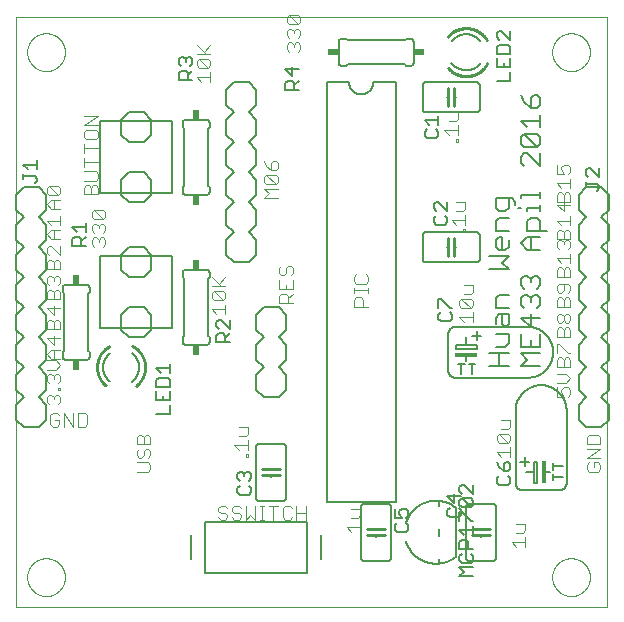
<source format=gto>
G75*
%MOIN*%
%OFA0B0*%
%FSLAX25Y25*%
%IPPOS*%
%LPD*%
%AMOC8*
5,1,8,0,0,1.08239X$1,22.5*
%
%ADD10C,0.00000*%
%ADD11C,0.00600*%
%ADD12C,0.00400*%
%ADD13C,0.01000*%
%ADD14C,0.00500*%
%ADD15R,0.01700X0.07400*%
%ADD16R,0.07400X0.01700*%
%ADD17R,0.02400X0.03400*%
%ADD18R,0.03400X0.02400*%
%ADD19C,0.00800*%
D10*
X0001800Y0006800D02*
X0001800Y0203650D01*
X0198650Y0203650D01*
X0198650Y0006800D01*
X0001800Y0006800D01*
X0005501Y0016800D02*
X0005503Y0016958D01*
X0005509Y0017116D01*
X0005519Y0017274D01*
X0005533Y0017432D01*
X0005551Y0017589D01*
X0005572Y0017746D01*
X0005598Y0017902D01*
X0005628Y0018058D01*
X0005661Y0018213D01*
X0005699Y0018366D01*
X0005740Y0018519D01*
X0005785Y0018671D01*
X0005834Y0018822D01*
X0005887Y0018971D01*
X0005943Y0019119D01*
X0006003Y0019265D01*
X0006067Y0019410D01*
X0006135Y0019553D01*
X0006206Y0019695D01*
X0006280Y0019835D01*
X0006358Y0019972D01*
X0006440Y0020108D01*
X0006524Y0020242D01*
X0006613Y0020373D01*
X0006704Y0020502D01*
X0006799Y0020629D01*
X0006896Y0020754D01*
X0006997Y0020876D01*
X0007101Y0020995D01*
X0007208Y0021112D01*
X0007318Y0021226D01*
X0007431Y0021337D01*
X0007546Y0021446D01*
X0007664Y0021551D01*
X0007785Y0021653D01*
X0007908Y0021753D01*
X0008034Y0021849D01*
X0008162Y0021942D01*
X0008292Y0022032D01*
X0008425Y0022118D01*
X0008560Y0022202D01*
X0008696Y0022281D01*
X0008835Y0022358D01*
X0008976Y0022430D01*
X0009118Y0022500D01*
X0009262Y0022565D01*
X0009408Y0022627D01*
X0009555Y0022685D01*
X0009704Y0022740D01*
X0009854Y0022791D01*
X0010005Y0022838D01*
X0010157Y0022881D01*
X0010310Y0022920D01*
X0010465Y0022956D01*
X0010620Y0022987D01*
X0010776Y0023015D01*
X0010932Y0023039D01*
X0011089Y0023059D01*
X0011247Y0023075D01*
X0011404Y0023087D01*
X0011563Y0023095D01*
X0011721Y0023099D01*
X0011879Y0023099D01*
X0012037Y0023095D01*
X0012196Y0023087D01*
X0012353Y0023075D01*
X0012511Y0023059D01*
X0012668Y0023039D01*
X0012824Y0023015D01*
X0012980Y0022987D01*
X0013135Y0022956D01*
X0013290Y0022920D01*
X0013443Y0022881D01*
X0013595Y0022838D01*
X0013746Y0022791D01*
X0013896Y0022740D01*
X0014045Y0022685D01*
X0014192Y0022627D01*
X0014338Y0022565D01*
X0014482Y0022500D01*
X0014624Y0022430D01*
X0014765Y0022358D01*
X0014904Y0022281D01*
X0015040Y0022202D01*
X0015175Y0022118D01*
X0015308Y0022032D01*
X0015438Y0021942D01*
X0015566Y0021849D01*
X0015692Y0021753D01*
X0015815Y0021653D01*
X0015936Y0021551D01*
X0016054Y0021446D01*
X0016169Y0021337D01*
X0016282Y0021226D01*
X0016392Y0021112D01*
X0016499Y0020995D01*
X0016603Y0020876D01*
X0016704Y0020754D01*
X0016801Y0020629D01*
X0016896Y0020502D01*
X0016987Y0020373D01*
X0017076Y0020242D01*
X0017160Y0020108D01*
X0017242Y0019972D01*
X0017320Y0019835D01*
X0017394Y0019695D01*
X0017465Y0019553D01*
X0017533Y0019410D01*
X0017597Y0019265D01*
X0017657Y0019119D01*
X0017713Y0018971D01*
X0017766Y0018822D01*
X0017815Y0018671D01*
X0017860Y0018519D01*
X0017901Y0018366D01*
X0017939Y0018213D01*
X0017972Y0018058D01*
X0018002Y0017902D01*
X0018028Y0017746D01*
X0018049Y0017589D01*
X0018067Y0017432D01*
X0018081Y0017274D01*
X0018091Y0017116D01*
X0018097Y0016958D01*
X0018099Y0016800D01*
X0018097Y0016642D01*
X0018091Y0016484D01*
X0018081Y0016326D01*
X0018067Y0016168D01*
X0018049Y0016011D01*
X0018028Y0015854D01*
X0018002Y0015698D01*
X0017972Y0015542D01*
X0017939Y0015387D01*
X0017901Y0015234D01*
X0017860Y0015081D01*
X0017815Y0014929D01*
X0017766Y0014778D01*
X0017713Y0014629D01*
X0017657Y0014481D01*
X0017597Y0014335D01*
X0017533Y0014190D01*
X0017465Y0014047D01*
X0017394Y0013905D01*
X0017320Y0013765D01*
X0017242Y0013628D01*
X0017160Y0013492D01*
X0017076Y0013358D01*
X0016987Y0013227D01*
X0016896Y0013098D01*
X0016801Y0012971D01*
X0016704Y0012846D01*
X0016603Y0012724D01*
X0016499Y0012605D01*
X0016392Y0012488D01*
X0016282Y0012374D01*
X0016169Y0012263D01*
X0016054Y0012154D01*
X0015936Y0012049D01*
X0015815Y0011947D01*
X0015692Y0011847D01*
X0015566Y0011751D01*
X0015438Y0011658D01*
X0015308Y0011568D01*
X0015175Y0011482D01*
X0015040Y0011398D01*
X0014904Y0011319D01*
X0014765Y0011242D01*
X0014624Y0011170D01*
X0014482Y0011100D01*
X0014338Y0011035D01*
X0014192Y0010973D01*
X0014045Y0010915D01*
X0013896Y0010860D01*
X0013746Y0010809D01*
X0013595Y0010762D01*
X0013443Y0010719D01*
X0013290Y0010680D01*
X0013135Y0010644D01*
X0012980Y0010613D01*
X0012824Y0010585D01*
X0012668Y0010561D01*
X0012511Y0010541D01*
X0012353Y0010525D01*
X0012196Y0010513D01*
X0012037Y0010505D01*
X0011879Y0010501D01*
X0011721Y0010501D01*
X0011563Y0010505D01*
X0011404Y0010513D01*
X0011247Y0010525D01*
X0011089Y0010541D01*
X0010932Y0010561D01*
X0010776Y0010585D01*
X0010620Y0010613D01*
X0010465Y0010644D01*
X0010310Y0010680D01*
X0010157Y0010719D01*
X0010005Y0010762D01*
X0009854Y0010809D01*
X0009704Y0010860D01*
X0009555Y0010915D01*
X0009408Y0010973D01*
X0009262Y0011035D01*
X0009118Y0011100D01*
X0008976Y0011170D01*
X0008835Y0011242D01*
X0008696Y0011319D01*
X0008560Y0011398D01*
X0008425Y0011482D01*
X0008292Y0011568D01*
X0008162Y0011658D01*
X0008034Y0011751D01*
X0007908Y0011847D01*
X0007785Y0011947D01*
X0007664Y0012049D01*
X0007546Y0012154D01*
X0007431Y0012263D01*
X0007318Y0012374D01*
X0007208Y0012488D01*
X0007101Y0012605D01*
X0006997Y0012724D01*
X0006896Y0012846D01*
X0006799Y0012971D01*
X0006704Y0013098D01*
X0006613Y0013227D01*
X0006524Y0013358D01*
X0006440Y0013492D01*
X0006358Y0013628D01*
X0006280Y0013765D01*
X0006206Y0013905D01*
X0006135Y0014047D01*
X0006067Y0014190D01*
X0006003Y0014335D01*
X0005943Y0014481D01*
X0005887Y0014629D01*
X0005834Y0014778D01*
X0005785Y0014929D01*
X0005740Y0015081D01*
X0005699Y0015234D01*
X0005661Y0015387D01*
X0005628Y0015542D01*
X0005598Y0015698D01*
X0005572Y0015854D01*
X0005551Y0016011D01*
X0005533Y0016168D01*
X0005519Y0016326D01*
X0005509Y0016484D01*
X0005503Y0016642D01*
X0005501Y0016800D01*
X0005501Y0191800D02*
X0005503Y0191958D01*
X0005509Y0192116D01*
X0005519Y0192274D01*
X0005533Y0192432D01*
X0005551Y0192589D01*
X0005572Y0192746D01*
X0005598Y0192902D01*
X0005628Y0193058D01*
X0005661Y0193213D01*
X0005699Y0193366D01*
X0005740Y0193519D01*
X0005785Y0193671D01*
X0005834Y0193822D01*
X0005887Y0193971D01*
X0005943Y0194119D01*
X0006003Y0194265D01*
X0006067Y0194410D01*
X0006135Y0194553D01*
X0006206Y0194695D01*
X0006280Y0194835D01*
X0006358Y0194972D01*
X0006440Y0195108D01*
X0006524Y0195242D01*
X0006613Y0195373D01*
X0006704Y0195502D01*
X0006799Y0195629D01*
X0006896Y0195754D01*
X0006997Y0195876D01*
X0007101Y0195995D01*
X0007208Y0196112D01*
X0007318Y0196226D01*
X0007431Y0196337D01*
X0007546Y0196446D01*
X0007664Y0196551D01*
X0007785Y0196653D01*
X0007908Y0196753D01*
X0008034Y0196849D01*
X0008162Y0196942D01*
X0008292Y0197032D01*
X0008425Y0197118D01*
X0008560Y0197202D01*
X0008696Y0197281D01*
X0008835Y0197358D01*
X0008976Y0197430D01*
X0009118Y0197500D01*
X0009262Y0197565D01*
X0009408Y0197627D01*
X0009555Y0197685D01*
X0009704Y0197740D01*
X0009854Y0197791D01*
X0010005Y0197838D01*
X0010157Y0197881D01*
X0010310Y0197920D01*
X0010465Y0197956D01*
X0010620Y0197987D01*
X0010776Y0198015D01*
X0010932Y0198039D01*
X0011089Y0198059D01*
X0011247Y0198075D01*
X0011404Y0198087D01*
X0011563Y0198095D01*
X0011721Y0198099D01*
X0011879Y0198099D01*
X0012037Y0198095D01*
X0012196Y0198087D01*
X0012353Y0198075D01*
X0012511Y0198059D01*
X0012668Y0198039D01*
X0012824Y0198015D01*
X0012980Y0197987D01*
X0013135Y0197956D01*
X0013290Y0197920D01*
X0013443Y0197881D01*
X0013595Y0197838D01*
X0013746Y0197791D01*
X0013896Y0197740D01*
X0014045Y0197685D01*
X0014192Y0197627D01*
X0014338Y0197565D01*
X0014482Y0197500D01*
X0014624Y0197430D01*
X0014765Y0197358D01*
X0014904Y0197281D01*
X0015040Y0197202D01*
X0015175Y0197118D01*
X0015308Y0197032D01*
X0015438Y0196942D01*
X0015566Y0196849D01*
X0015692Y0196753D01*
X0015815Y0196653D01*
X0015936Y0196551D01*
X0016054Y0196446D01*
X0016169Y0196337D01*
X0016282Y0196226D01*
X0016392Y0196112D01*
X0016499Y0195995D01*
X0016603Y0195876D01*
X0016704Y0195754D01*
X0016801Y0195629D01*
X0016896Y0195502D01*
X0016987Y0195373D01*
X0017076Y0195242D01*
X0017160Y0195108D01*
X0017242Y0194972D01*
X0017320Y0194835D01*
X0017394Y0194695D01*
X0017465Y0194553D01*
X0017533Y0194410D01*
X0017597Y0194265D01*
X0017657Y0194119D01*
X0017713Y0193971D01*
X0017766Y0193822D01*
X0017815Y0193671D01*
X0017860Y0193519D01*
X0017901Y0193366D01*
X0017939Y0193213D01*
X0017972Y0193058D01*
X0018002Y0192902D01*
X0018028Y0192746D01*
X0018049Y0192589D01*
X0018067Y0192432D01*
X0018081Y0192274D01*
X0018091Y0192116D01*
X0018097Y0191958D01*
X0018099Y0191800D01*
X0018097Y0191642D01*
X0018091Y0191484D01*
X0018081Y0191326D01*
X0018067Y0191168D01*
X0018049Y0191011D01*
X0018028Y0190854D01*
X0018002Y0190698D01*
X0017972Y0190542D01*
X0017939Y0190387D01*
X0017901Y0190234D01*
X0017860Y0190081D01*
X0017815Y0189929D01*
X0017766Y0189778D01*
X0017713Y0189629D01*
X0017657Y0189481D01*
X0017597Y0189335D01*
X0017533Y0189190D01*
X0017465Y0189047D01*
X0017394Y0188905D01*
X0017320Y0188765D01*
X0017242Y0188628D01*
X0017160Y0188492D01*
X0017076Y0188358D01*
X0016987Y0188227D01*
X0016896Y0188098D01*
X0016801Y0187971D01*
X0016704Y0187846D01*
X0016603Y0187724D01*
X0016499Y0187605D01*
X0016392Y0187488D01*
X0016282Y0187374D01*
X0016169Y0187263D01*
X0016054Y0187154D01*
X0015936Y0187049D01*
X0015815Y0186947D01*
X0015692Y0186847D01*
X0015566Y0186751D01*
X0015438Y0186658D01*
X0015308Y0186568D01*
X0015175Y0186482D01*
X0015040Y0186398D01*
X0014904Y0186319D01*
X0014765Y0186242D01*
X0014624Y0186170D01*
X0014482Y0186100D01*
X0014338Y0186035D01*
X0014192Y0185973D01*
X0014045Y0185915D01*
X0013896Y0185860D01*
X0013746Y0185809D01*
X0013595Y0185762D01*
X0013443Y0185719D01*
X0013290Y0185680D01*
X0013135Y0185644D01*
X0012980Y0185613D01*
X0012824Y0185585D01*
X0012668Y0185561D01*
X0012511Y0185541D01*
X0012353Y0185525D01*
X0012196Y0185513D01*
X0012037Y0185505D01*
X0011879Y0185501D01*
X0011721Y0185501D01*
X0011563Y0185505D01*
X0011404Y0185513D01*
X0011247Y0185525D01*
X0011089Y0185541D01*
X0010932Y0185561D01*
X0010776Y0185585D01*
X0010620Y0185613D01*
X0010465Y0185644D01*
X0010310Y0185680D01*
X0010157Y0185719D01*
X0010005Y0185762D01*
X0009854Y0185809D01*
X0009704Y0185860D01*
X0009555Y0185915D01*
X0009408Y0185973D01*
X0009262Y0186035D01*
X0009118Y0186100D01*
X0008976Y0186170D01*
X0008835Y0186242D01*
X0008696Y0186319D01*
X0008560Y0186398D01*
X0008425Y0186482D01*
X0008292Y0186568D01*
X0008162Y0186658D01*
X0008034Y0186751D01*
X0007908Y0186847D01*
X0007785Y0186947D01*
X0007664Y0187049D01*
X0007546Y0187154D01*
X0007431Y0187263D01*
X0007318Y0187374D01*
X0007208Y0187488D01*
X0007101Y0187605D01*
X0006997Y0187724D01*
X0006896Y0187846D01*
X0006799Y0187971D01*
X0006704Y0188098D01*
X0006613Y0188227D01*
X0006524Y0188358D01*
X0006440Y0188492D01*
X0006358Y0188628D01*
X0006280Y0188765D01*
X0006206Y0188905D01*
X0006135Y0189047D01*
X0006067Y0189190D01*
X0006003Y0189335D01*
X0005943Y0189481D01*
X0005887Y0189629D01*
X0005834Y0189778D01*
X0005785Y0189929D01*
X0005740Y0190081D01*
X0005699Y0190234D01*
X0005661Y0190387D01*
X0005628Y0190542D01*
X0005598Y0190698D01*
X0005572Y0190854D01*
X0005551Y0191011D01*
X0005533Y0191168D01*
X0005519Y0191326D01*
X0005509Y0191484D01*
X0005503Y0191642D01*
X0005501Y0191800D01*
X0180501Y0191800D02*
X0180503Y0191958D01*
X0180509Y0192116D01*
X0180519Y0192274D01*
X0180533Y0192432D01*
X0180551Y0192589D01*
X0180572Y0192746D01*
X0180598Y0192902D01*
X0180628Y0193058D01*
X0180661Y0193213D01*
X0180699Y0193366D01*
X0180740Y0193519D01*
X0180785Y0193671D01*
X0180834Y0193822D01*
X0180887Y0193971D01*
X0180943Y0194119D01*
X0181003Y0194265D01*
X0181067Y0194410D01*
X0181135Y0194553D01*
X0181206Y0194695D01*
X0181280Y0194835D01*
X0181358Y0194972D01*
X0181440Y0195108D01*
X0181524Y0195242D01*
X0181613Y0195373D01*
X0181704Y0195502D01*
X0181799Y0195629D01*
X0181896Y0195754D01*
X0181997Y0195876D01*
X0182101Y0195995D01*
X0182208Y0196112D01*
X0182318Y0196226D01*
X0182431Y0196337D01*
X0182546Y0196446D01*
X0182664Y0196551D01*
X0182785Y0196653D01*
X0182908Y0196753D01*
X0183034Y0196849D01*
X0183162Y0196942D01*
X0183292Y0197032D01*
X0183425Y0197118D01*
X0183560Y0197202D01*
X0183696Y0197281D01*
X0183835Y0197358D01*
X0183976Y0197430D01*
X0184118Y0197500D01*
X0184262Y0197565D01*
X0184408Y0197627D01*
X0184555Y0197685D01*
X0184704Y0197740D01*
X0184854Y0197791D01*
X0185005Y0197838D01*
X0185157Y0197881D01*
X0185310Y0197920D01*
X0185465Y0197956D01*
X0185620Y0197987D01*
X0185776Y0198015D01*
X0185932Y0198039D01*
X0186089Y0198059D01*
X0186247Y0198075D01*
X0186404Y0198087D01*
X0186563Y0198095D01*
X0186721Y0198099D01*
X0186879Y0198099D01*
X0187037Y0198095D01*
X0187196Y0198087D01*
X0187353Y0198075D01*
X0187511Y0198059D01*
X0187668Y0198039D01*
X0187824Y0198015D01*
X0187980Y0197987D01*
X0188135Y0197956D01*
X0188290Y0197920D01*
X0188443Y0197881D01*
X0188595Y0197838D01*
X0188746Y0197791D01*
X0188896Y0197740D01*
X0189045Y0197685D01*
X0189192Y0197627D01*
X0189338Y0197565D01*
X0189482Y0197500D01*
X0189624Y0197430D01*
X0189765Y0197358D01*
X0189904Y0197281D01*
X0190040Y0197202D01*
X0190175Y0197118D01*
X0190308Y0197032D01*
X0190438Y0196942D01*
X0190566Y0196849D01*
X0190692Y0196753D01*
X0190815Y0196653D01*
X0190936Y0196551D01*
X0191054Y0196446D01*
X0191169Y0196337D01*
X0191282Y0196226D01*
X0191392Y0196112D01*
X0191499Y0195995D01*
X0191603Y0195876D01*
X0191704Y0195754D01*
X0191801Y0195629D01*
X0191896Y0195502D01*
X0191987Y0195373D01*
X0192076Y0195242D01*
X0192160Y0195108D01*
X0192242Y0194972D01*
X0192320Y0194835D01*
X0192394Y0194695D01*
X0192465Y0194553D01*
X0192533Y0194410D01*
X0192597Y0194265D01*
X0192657Y0194119D01*
X0192713Y0193971D01*
X0192766Y0193822D01*
X0192815Y0193671D01*
X0192860Y0193519D01*
X0192901Y0193366D01*
X0192939Y0193213D01*
X0192972Y0193058D01*
X0193002Y0192902D01*
X0193028Y0192746D01*
X0193049Y0192589D01*
X0193067Y0192432D01*
X0193081Y0192274D01*
X0193091Y0192116D01*
X0193097Y0191958D01*
X0193099Y0191800D01*
X0193097Y0191642D01*
X0193091Y0191484D01*
X0193081Y0191326D01*
X0193067Y0191168D01*
X0193049Y0191011D01*
X0193028Y0190854D01*
X0193002Y0190698D01*
X0192972Y0190542D01*
X0192939Y0190387D01*
X0192901Y0190234D01*
X0192860Y0190081D01*
X0192815Y0189929D01*
X0192766Y0189778D01*
X0192713Y0189629D01*
X0192657Y0189481D01*
X0192597Y0189335D01*
X0192533Y0189190D01*
X0192465Y0189047D01*
X0192394Y0188905D01*
X0192320Y0188765D01*
X0192242Y0188628D01*
X0192160Y0188492D01*
X0192076Y0188358D01*
X0191987Y0188227D01*
X0191896Y0188098D01*
X0191801Y0187971D01*
X0191704Y0187846D01*
X0191603Y0187724D01*
X0191499Y0187605D01*
X0191392Y0187488D01*
X0191282Y0187374D01*
X0191169Y0187263D01*
X0191054Y0187154D01*
X0190936Y0187049D01*
X0190815Y0186947D01*
X0190692Y0186847D01*
X0190566Y0186751D01*
X0190438Y0186658D01*
X0190308Y0186568D01*
X0190175Y0186482D01*
X0190040Y0186398D01*
X0189904Y0186319D01*
X0189765Y0186242D01*
X0189624Y0186170D01*
X0189482Y0186100D01*
X0189338Y0186035D01*
X0189192Y0185973D01*
X0189045Y0185915D01*
X0188896Y0185860D01*
X0188746Y0185809D01*
X0188595Y0185762D01*
X0188443Y0185719D01*
X0188290Y0185680D01*
X0188135Y0185644D01*
X0187980Y0185613D01*
X0187824Y0185585D01*
X0187668Y0185561D01*
X0187511Y0185541D01*
X0187353Y0185525D01*
X0187196Y0185513D01*
X0187037Y0185505D01*
X0186879Y0185501D01*
X0186721Y0185501D01*
X0186563Y0185505D01*
X0186404Y0185513D01*
X0186247Y0185525D01*
X0186089Y0185541D01*
X0185932Y0185561D01*
X0185776Y0185585D01*
X0185620Y0185613D01*
X0185465Y0185644D01*
X0185310Y0185680D01*
X0185157Y0185719D01*
X0185005Y0185762D01*
X0184854Y0185809D01*
X0184704Y0185860D01*
X0184555Y0185915D01*
X0184408Y0185973D01*
X0184262Y0186035D01*
X0184118Y0186100D01*
X0183976Y0186170D01*
X0183835Y0186242D01*
X0183696Y0186319D01*
X0183560Y0186398D01*
X0183425Y0186482D01*
X0183292Y0186568D01*
X0183162Y0186658D01*
X0183034Y0186751D01*
X0182908Y0186847D01*
X0182785Y0186947D01*
X0182664Y0187049D01*
X0182546Y0187154D01*
X0182431Y0187263D01*
X0182318Y0187374D01*
X0182208Y0187488D01*
X0182101Y0187605D01*
X0181997Y0187724D01*
X0181896Y0187846D01*
X0181799Y0187971D01*
X0181704Y0188098D01*
X0181613Y0188227D01*
X0181524Y0188358D01*
X0181440Y0188492D01*
X0181358Y0188628D01*
X0181280Y0188765D01*
X0181206Y0188905D01*
X0181135Y0189047D01*
X0181067Y0189190D01*
X0181003Y0189335D01*
X0180943Y0189481D01*
X0180887Y0189629D01*
X0180834Y0189778D01*
X0180785Y0189929D01*
X0180740Y0190081D01*
X0180699Y0190234D01*
X0180661Y0190387D01*
X0180628Y0190542D01*
X0180598Y0190698D01*
X0180572Y0190854D01*
X0180551Y0191011D01*
X0180533Y0191168D01*
X0180519Y0191326D01*
X0180509Y0191484D01*
X0180503Y0191642D01*
X0180501Y0191800D01*
X0180501Y0016800D02*
X0180503Y0016958D01*
X0180509Y0017116D01*
X0180519Y0017274D01*
X0180533Y0017432D01*
X0180551Y0017589D01*
X0180572Y0017746D01*
X0180598Y0017902D01*
X0180628Y0018058D01*
X0180661Y0018213D01*
X0180699Y0018366D01*
X0180740Y0018519D01*
X0180785Y0018671D01*
X0180834Y0018822D01*
X0180887Y0018971D01*
X0180943Y0019119D01*
X0181003Y0019265D01*
X0181067Y0019410D01*
X0181135Y0019553D01*
X0181206Y0019695D01*
X0181280Y0019835D01*
X0181358Y0019972D01*
X0181440Y0020108D01*
X0181524Y0020242D01*
X0181613Y0020373D01*
X0181704Y0020502D01*
X0181799Y0020629D01*
X0181896Y0020754D01*
X0181997Y0020876D01*
X0182101Y0020995D01*
X0182208Y0021112D01*
X0182318Y0021226D01*
X0182431Y0021337D01*
X0182546Y0021446D01*
X0182664Y0021551D01*
X0182785Y0021653D01*
X0182908Y0021753D01*
X0183034Y0021849D01*
X0183162Y0021942D01*
X0183292Y0022032D01*
X0183425Y0022118D01*
X0183560Y0022202D01*
X0183696Y0022281D01*
X0183835Y0022358D01*
X0183976Y0022430D01*
X0184118Y0022500D01*
X0184262Y0022565D01*
X0184408Y0022627D01*
X0184555Y0022685D01*
X0184704Y0022740D01*
X0184854Y0022791D01*
X0185005Y0022838D01*
X0185157Y0022881D01*
X0185310Y0022920D01*
X0185465Y0022956D01*
X0185620Y0022987D01*
X0185776Y0023015D01*
X0185932Y0023039D01*
X0186089Y0023059D01*
X0186247Y0023075D01*
X0186404Y0023087D01*
X0186563Y0023095D01*
X0186721Y0023099D01*
X0186879Y0023099D01*
X0187037Y0023095D01*
X0187196Y0023087D01*
X0187353Y0023075D01*
X0187511Y0023059D01*
X0187668Y0023039D01*
X0187824Y0023015D01*
X0187980Y0022987D01*
X0188135Y0022956D01*
X0188290Y0022920D01*
X0188443Y0022881D01*
X0188595Y0022838D01*
X0188746Y0022791D01*
X0188896Y0022740D01*
X0189045Y0022685D01*
X0189192Y0022627D01*
X0189338Y0022565D01*
X0189482Y0022500D01*
X0189624Y0022430D01*
X0189765Y0022358D01*
X0189904Y0022281D01*
X0190040Y0022202D01*
X0190175Y0022118D01*
X0190308Y0022032D01*
X0190438Y0021942D01*
X0190566Y0021849D01*
X0190692Y0021753D01*
X0190815Y0021653D01*
X0190936Y0021551D01*
X0191054Y0021446D01*
X0191169Y0021337D01*
X0191282Y0021226D01*
X0191392Y0021112D01*
X0191499Y0020995D01*
X0191603Y0020876D01*
X0191704Y0020754D01*
X0191801Y0020629D01*
X0191896Y0020502D01*
X0191987Y0020373D01*
X0192076Y0020242D01*
X0192160Y0020108D01*
X0192242Y0019972D01*
X0192320Y0019835D01*
X0192394Y0019695D01*
X0192465Y0019553D01*
X0192533Y0019410D01*
X0192597Y0019265D01*
X0192657Y0019119D01*
X0192713Y0018971D01*
X0192766Y0018822D01*
X0192815Y0018671D01*
X0192860Y0018519D01*
X0192901Y0018366D01*
X0192939Y0018213D01*
X0192972Y0018058D01*
X0193002Y0017902D01*
X0193028Y0017746D01*
X0193049Y0017589D01*
X0193067Y0017432D01*
X0193081Y0017274D01*
X0193091Y0017116D01*
X0193097Y0016958D01*
X0193099Y0016800D01*
X0193097Y0016642D01*
X0193091Y0016484D01*
X0193081Y0016326D01*
X0193067Y0016168D01*
X0193049Y0016011D01*
X0193028Y0015854D01*
X0193002Y0015698D01*
X0192972Y0015542D01*
X0192939Y0015387D01*
X0192901Y0015234D01*
X0192860Y0015081D01*
X0192815Y0014929D01*
X0192766Y0014778D01*
X0192713Y0014629D01*
X0192657Y0014481D01*
X0192597Y0014335D01*
X0192533Y0014190D01*
X0192465Y0014047D01*
X0192394Y0013905D01*
X0192320Y0013765D01*
X0192242Y0013628D01*
X0192160Y0013492D01*
X0192076Y0013358D01*
X0191987Y0013227D01*
X0191896Y0013098D01*
X0191801Y0012971D01*
X0191704Y0012846D01*
X0191603Y0012724D01*
X0191499Y0012605D01*
X0191392Y0012488D01*
X0191282Y0012374D01*
X0191169Y0012263D01*
X0191054Y0012154D01*
X0190936Y0012049D01*
X0190815Y0011947D01*
X0190692Y0011847D01*
X0190566Y0011751D01*
X0190438Y0011658D01*
X0190308Y0011568D01*
X0190175Y0011482D01*
X0190040Y0011398D01*
X0189904Y0011319D01*
X0189765Y0011242D01*
X0189624Y0011170D01*
X0189482Y0011100D01*
X0189338Y0011035D01*
X0189192Y0010973D01*
X0189045Y0010915D01*
X0188896Y0010860D01*
X0188746Y0010809D01*
X0188595Y0010762D01*
X0188443Y0010719D01*
X0188290Y0010680D01*
X0188135Y0010644D01*
X0187980Y0010613D01*
X0187824Y0010585D01*
X0187668Y0010561D01*
X0187511Y0010541D01*
X0187353Y0010525D01*
X0187196Y0010513D01*
X0187037Y0010505D01*
X0186879Y0010501D01*
X0186721Y0010501D01*
X0186563Y0010505D01*
X0186404Y0010513D01*
X0186247Y0010525D01*
X0186089Y0010541D01*
X0185932Y0010561D01*
X0185776Y0010585D01*
X0185620Y0010613D01*
X0185465Y0010644D01*
X0185310Y0010680D01*
X0185157Y0010719D01*
X0185005Y0010762D01*
X0184854Y0010809D01*
X0184704Y0010860D01*
X0184555Y0010915D01*
X0184408Y0010973D01*
X0184262Y0011035D01*
X0184118Y0011100D01*
X0183976Y0011170D01*
X0183835Y0011242D01*
X0183696Y0011319D01*
X0183560Y0011398D01*
X0183425Y0011482D01*
X0183292Y0011568D01*
X0183162Y0011658D01*
X0183034Y0011751D01*
X0182908Y0011847D01*
X0182785Y0011947D01*
X0182664Y0012049D01*
X0182546Y0012154D01*
X0182431Y0012263D01*
X0182318Y0012374D01*
X0182208Y0012488D01*
X0182101Y0012605D01*
X0181997Y0012724D01*
X0181896Y0012846D01*
X0181799Y0012971D01*
X0181704Y0013098D01*
X0181613Y0013227D01*
X0181524Y0013358D01*
X0181440Y0013492D01*
X0181358Y0013628D01*
X0181280Y0013765D01*
X0181206Y0013905D01*
X0181135Y0014047D01*
X0181067Y0014190D01*
X0181003Y0014335D01*
X0180943Y0014481D01*
X0180887Y0014629D01*
X0180834Y0014778D01*
X0180785Y0014929D01*
X0180740Y0015081D01*
X0180699Y0015234D01*
X0180661Y0015387D01*
X0180628Y0015542D01*
X0180598Y0015698D01*
X0180572Y0015854D01*
X0180551Y0016011D01*
X0180533Y0016168D01*
X0180519Y0016326D01*
X0180509Y0016484D01*
X0180503Y0016642D01*
X0180501Y0016800D01*
D11*
X0161800Y0023300D02*
X0161800Y0040300D01*
X0161798Y0040360D01*
X0161793Y0040421D01*
X0161784Y0040480D01*
X0161771Y0040539D01*
X0161755Y0040598D01*
X0161735Y0040655D01*
X0161712Y0040710D01*
X0161685Y0040765D01*
X0161656Y0040817D01*
X0161623Y0040868D01*
X0161587Y0040917D01*
X0161549Y0040963D01*
X0161507Y0041007D01*
X0161463Y0041049D01*
X0161417Y0041087D01*
X0161368Y0041123D01*
X0161317Y0041156D01*
X0161265Y0041185D01*
X0161210Y0041212D01*
X0161155Y0041235D01*
X0161098Y0041255D01*
X0161039Y0041271D01*
X0160980Y0041284D01*
X0160921Y0041293D01*
X0160860Y0041298D01*
X0160800Y0041300D01*
X0152800Y0041300D01*
X0152740Y0041298D01*
X0152679Y0041293D01*
X0152620Y0041284D01*
X0152561Y0041271D01*
X0152502Y0041255D01*
X0152445Y0041235D01*
X0152390Y0041212D01*
X0152335Y0041185D01*
X0152283Y0041156D01*
X0152232Y0041123D01*
X0152183Y0041087D01*
X0152137Y0041049D01*
X0152093Y0041007D01*
X0152051Y0040963D01*
X0152013Y0040917D01*
X0151977Y0040868D01*
X0151944Y0040817D01*
X0151915Y0040765D01*
X0151888Y0040710D01*
X0151865Y0040655D01*
X0151845Y0040598D01*
X0151829Y0040539D01*
X0151816Y0040480D01*
X0151807Y0040421D01*
X0151802Y0040360D01*
X0151800Y0040300D01*
X0151800Y0023300D01*
X0151802Y0023240D01*
X0151807Y0023179D01*
X0151816Y0023120D01*
X0151829Y0023061D01*
X0151845Y0023002D01*
X0151865Y0022945D01*
X0151888Y0022890D01*
X0151915Y0022835D01*
X0151944Y0022783D01*
X0151977Y0022732D01*
X0152013Y0022683D01*
X0152051Y0022637D01*
X0152093Y0022593D01*
X0152137Y0022551D01*
X0152183Y0022513D01*
X0152232Y0022477D01*
X0152283Y0022444D01*
X0152335Y0022415D01*
X0152390Y0022388D01*
X0152445Y0022365D01*
X0152502Y0022345D01*
X0152561Y0022329D01*
X0152620Y0022316D01*
X0152679Y0022307D01*
X0152740Y0022302D01*
X0152800Y0022300D01*
X0160800Y0022300D01*
X0160860Y0022302D01*
X0160921Y0022307D01*
X0160980Y0022316D01*
X0161039Y0022329D01*
X0161098Y0022345D01*
X0161155Y0022365D01*
X0161210Y0022388D01*
X0161265Y0022415D01*
X0161317Y0022444D01*
X0161368Y0022477D01*
X0161417Y0022513D01*
X0161463Y0022551D01*
X0161507Y0022593D01*
X0161549Y0022637D01*
X0161587Y0022683D01*
X0161623Y0022732D01*
X0161656Y0022783D01*
X0161685Y0022835D01*
X0161712Y0022890D01*
X0161735Y0022945D01*
X0161755Y0023002D01*
X0161771Y0023061D01*
X0161784Y0023120D01*
X0161793Y0023179D01*
X0161798Y0023240D01*
X0161800Y0023300D01*
X0156800Y0030300D02*
X0156800Y0030800D01*
X0156800Y0032800D02*
X0156800Y0033300D01*
X0170800Y0045800D02*
X0182800Y0045800D01*
X0182898Y0045802D01*
X0182996Y0045808D01*
X0183094Y0045817D01*
X0183191Y0045831D01*
X0183288Y0045848D01*
X0183384Y0045869D01*
X0183479Y0045894D01*
X0183573Y0045922D01*
X0183665Y0045955D01*
X0183757Y0045990D01*
X0183847Y0046030D01*
X0183935Y0046072D01*
X0184022Y0046119D01*
X0184106Y0046168D01*
X0184189Y0046221D01*
X0184269Y0046277D01*
X0184348Y0046337D01*
X0184424Y0046399D01*
X0184497Y0046464D01*
X0184568Y0046532D01*
X0184636Y0046603D01*
X0184701Y0046676D01*
X0184763Y0046752D01*
X0184823Y0046831D01*
X0184879Y0046911D01*
X0184932Y0046994D01*
X0184981Y0047078D01*
X0185028Y0047165D01*
X0185070Y0047253D01*
X0185110Y0047343D01*
X0185145Y0047435D01*
X0185178Y0047527D01*
X0185206Y0047621D01*
X0185231Y0047716D01*
X0185252Y0047812D01*
X0185269Y0047909D01*
X0185283Y0048006D01*
X0185292Y0048104D01*
X0185298Y0048202D01*
X0185300Y0048300D01*
X0185300Y0072300D01*
X0185297Y0072507D01*
X0185290Y0072714D01*
X0185277Y0072920D01*
X0185260Y0073127D01*
X0185237Y0073332D01*
X0185209Y0073538D01*
X0185177Y0073742D01*
X0185139Y0073946D01*
X0185097Y0074148D01*
X0185049Y0074350D01*
X0184997Y0074550D01*
X0184940Y0074749D01*
X0184878Y0074946D01*
X0184811Y0075142D01*
X0184739Y0075336D01*
X0184663Y0075529D01*
X0184582Y0075719D01*
X0184496Y0075908D01*
X0184406Y0076094D01*
X0184312Y0076278D01*
X0184212Y0076460D01*
X0184109Y0076639D01*
X0184001Y0076816D01*
X0183889Y0076990D01*
X0183773Y0077161D01*
X0183652Y0077330D01*
X0183528Y0077495D01*
X0183399Y0077657D01*
X0183267Y0077816D01*
X0183131Y0077972D01*
X0182991Y0078125D01*
X0182847Y0078274D01*
X0182700Y0078419D01*
X0182549Y0078561D01*
X0182395Y0078699D01*
X0182237Y0078834D01*
X0182077Y0078964D01*
X0181913Y0079090D01*
X0181746Y0079213D01*
X0181576Y0079331D01*
X0181403Y0079446D01*
X0181228Y0079556D01*
X0181050Y0079661D01*
X0180869Y0079763D01*
X0180687Y0079859D01*
X0180501Y0079952D01*
X0180314Y0080040D01*
X0180124Y0080123D01*
X0179933Y0080202D01*
X0179740Y0080276D01*
X0179544Y0080345D01*
X0179348Y0080409D01*
X0179150Y0080469D01*
X0178950Y0080524D01*
X0178749Y0080574D01*
X0178547Y0080619D01*
X0178344Y0080659D01*
X0178140Y0080694D01*
X0177935Y0080724D01*
X0177730Y0080749D01*
X0177524Y0080769D01*
X0177317Y0080784D01*
X0177110Y0080794D01*
X0176903Y0080799D01*
X0176697Y0080799D01*
X0176490Y0080794D01*
X0176283Y0080784D01*
X0176076Y0080769D01*
X0175870Y0080749D01*
X0175665Y0080724D01*
X0175460Y0080694D01*
X0175256Y0080659D01*
X0175053Y0080619D01*
X0174851Y0080574D01*
X0174650Y0080524D01*
X0174450Y0080469D01*
X0174252Y0080409D01*
X0174056Y0080345D01*
X0173860Y0080276D01*
X0173667Y0080202D01*
X0173476Y0080123D01*
X0173286Y0080040D01*
X0173099Y0079952D01*
X0172913Y0079859D01*
X0172731Y0079763D01*
X0172550Y0079661D01*
X0172372Y0079556D01*
X0172197Y0079446D01*
X0172024Y0079331D01*
X0171854Y0079213D01*
X0171687Y0079090D01*
X0171523Y0078964D01*
X0171363Y0078834D01*
X0171205Y0078699D01*
X0171051Y0078561D01*
X0170900Y0078419D01*
X0170753Y0078274D01*
X0170609Y0078125D01*
X0170469Y0077972D01*
X0170333Y0077816D01*
X0170201Y0077657D01*
X0170072Y0077495D01*
X0169948Y0077330D01*
X0169827Y0077161D01*
X0169711Y0076990D01*
X0169599Y0076816D01*
X0169491Y0076639D01*
X0169388Y0076460D01*
X0169288Y0076278D01*
X0169194Y0076094D01*
X0169104Y0075908D01*
X0169018Y0075719D01*
X0168937Y0075529D01*
X0168861Y0075336D01*
X0168789Y0075142D01*
X0168722Y0074946D01*
X0168660Y0074749D01*
X0168603Y0074550D01*
X0168551Y0074350D01*
X0168503Y0074148D01*
X0168461Y0073946D01*
X0168423Y0073742D01*
X0168391Y0073538D01*
X0168363Y0073332D01*
X0168340Y0073127D01*
X0168323Y0072920D01*
X0168310Y0072714D01*
X0168303Y0072507D01*
X0168300Y0072300D01*
X0168300Y0048300D01*
X0168302Y0048202D01*
X0168308Y0048104D01*
X0168317Y0048006D01*
X0168331Y0047909D01*
X0168348Y0047812D01*
X0168369Y0047716D01*
X0168394Y0047621D01*
X0168422Y0047527D01*
X0168455Y0047435D01*
X0168490Y0047343D01*
X0168530Y0047253D01*
X0168572Y0047165D01*
X0168619Y0047078D01*
X0168668Y0046994D01*
X0168721Y0046911D01*
X0168777Y0046831D01*
X0168837Y0046752D01*
X0168899Y0046676D01*
X0168964Y0046603D01*
X0169032Y0046532D01*
X0169103Y0046464D01*
X0169176Y0046399D01*
X0169252Y0046337D01*
X0169331Y0046277D01*
X0169411Y0046221D01*
X0169494Y0046168D01*
X0169578Y0046119D01*
X0169665Y0046072D01*
X0169753Y0046030D01*
X0169843Y0045990D01*
X0169935Y0045955D01*
X0170027Y0045922D01*
X0170121Y0045894D01*
X0170216Y0045869D01*
X0170312Y0045848D01*
X0170409Y0045831D01*
X0170506Y0045817D01*
X0170604Y0045808D01*
X0170702Y0045802D01*
X0170800Y0045800D01*
X0174300Y0048300D02*
X0175600Y0048300D01*
X0175600Y0055300D01*
X0174300Y0055300D01*
X0174300Y0051800D01*
X0174300Y0048300D01*
X0174300Y0051800D02*
X0171800Y0051800D01*
X0171300Y0053800D02*
X0171300Y0056800D01*
X0169800Y0055300D02*
X0172800Y0055300D01*
X0177800Y0051800D02*
X0179800Y0051800D01*
X0172300Y0083300D02*
X0148300Y0083300D01*
X0148202Y0083302D01*
X0148104Y0083308D01*
X0148006Y0083317D01*
X0147909Y0083331D01*
X0147812Y0083348D01*
X0147716Y0083369D01*
X0147621Y0083394D01*
X0147527Y0083422D01*
X0147435Y0083455D01*
X0147343Y0083490D01*
X0147253Y0083530D01*
X0147165Y0083572D01*
X0147078Y0083619D01*
X0146994Y0083668D01*
X0146911Y0083721D01*
X0146831Y0083777D01*
X0146752Y0083837D01*
X0146676Y0083899D01*
X0146603Y0083964D01*
X0146532Y0084032D01*
X0146464Y0084103D01*
X0146399Y0084176D01*
X0146337Y0084252D01*
X0146277Y0084331D01*
X0146221Y0084411D01*
X0146168Y0084494D01*
X0146119Y0084578D01*
X0146072Y0084665D01*
X0146030Y0084753D01*
X0145990Y0084843D01*
X0145955Y0084935D01*
X0145922Y0085027D01*
X0145894Y0085121D01*
X0145869Y0085216D01*
X0145848Y0085312D01*
X0145831Y0085409D01*
X0145817Y0085506D01*
X0145808Y0085604D01*
X0145802Y0085702D01*
X0145800Y0085800D01*
X0145800Y0097800D01*
X0145802Y0097898D01*
X0145808Y0097996D01*
X0145817Y0098094D01*
X0145831Y0098191D01*
X0145848Y0098288D01*
X0145869Y0098384D01*
X0145894Y0098479D01*
X0145922Y0098573D01*
X0145955Y0098665D01*
X0145990Y0098757D01*
X0146030Y0098847D01*
X0146072Y0098935D01*
X0146119Y0099022D01*
X0146168Y0099106D01*
X0146221Y0099189D01*
X0146277Y0099269D01*
X0146337Y0099348D01*
X0146399Y0099424D01*
X0146464Y0099497D01*
X0146532Y0099568D01*
X0146603Y0099636D01*
X0146676Y0099701D01*
X0146752Y0099763D01*
X0146831Y0099823D01*
X0146911Y0099879D01*
X0146994Y0099932D01*
X0147078Y0099981D01*
X0147165Y0100028D01*
X0147253Y0100070D01*
X0147343Y0100110D01*
X0147435Y0100145D01*
X0147527Y0100178D01*
X0147621Y0100206D01*
X0147716Y0100231D01*
X0147812Y0100252D01*
X0147909Y0100269D01*
X0148006Y0100283D01*
X0148104Y0100292D01*
X0148202Y0100298D01*
X0148300Y0100300D01*
X0172300Y0100300D01*
X0173297Y0100105D02*
X0170095Y0103308D01*
X0176500Y0103308D01*
X0173297Y0104376D02*
X0173297Y0100105D01*
X0176500Y0097930D02*
X0176500Y0093660D01*
X0170095Y0093660D01*
X0170095Y0097930D01*
X0173297Y0095795D02*
X0173297Y0093660D01*
X0172300Y0100300D02*
X0172507Y0100297D01*
X0172714Y0100290D01*
X0172920Y0100277D01*
X0173127Y0100260D01*
X0173332Y0100237D01*
X0173538Y0100209D01*
X0173742Y0100177D01*
X0173946Y0100139D01*
X0174148Y0100097D01*
X0174350Y0100049D01*
X0174550Y0099997D01*
X0174749Y0099940D01*
X0174946Y0099878D01*
X0175142Y0099811D01*
X0175336Y0099739D01*
X0175529Y0099663D01*
X0175719Y0099582D01*
X0175908Y0099496D01*
X0176094Y0099406D01*
X0176278Y0099312D01*
X0176460Y0099212D01*
X0176639Y0099109D01*
X0176816Y0099001D01*
X0176990Y0098889D01*
X0177161Y0098773D01*
X0177330Y0098652D01*
X0177495Y0098528D01*
X0177657Y0098399D01*
X0177816Y0098267D01*
X0177972Y0098131D01*
X0178125Y0097991D01*
X0178274Y0097847D01*
X0178419Y0097700D01*
X0178561Y0097549D01*
X0178699Y0097395D01*
X0178834Y0097237D01*
X0178964Y0097077D01*
X0179090Y0096913D01*
X0179213Y0096746D01*
X0179331Y0096576D01*
X0179446Y0096403D01*
X0179556Y0096228D01*
X0179661Y0096050D01*
X0179763Y0095869D01*
X0179859Y0095687D01*
X0179952Y0095501D01*
X0180040Y0095314D01*
X0180123Y0095124D01*
X0180202Y0094933D01*
X0180276Y0094740D01*
X0180345Y0094544D01*
X0180409Y0094348D01*
X0180469Y0094150D01*
X0180524Y0093950D01*
X0180574Y0093749D01*
X0180619Y0093547D01*
X0180659Y0093344D01*
X0180694Y0093140D01*
X0180724Y0092935D01*
X0180749Y0092730D01*
X0180769Y0092524D01*
X0180784Y0092317D01*
X0180794Y0092110D01*
X0180799Y0091903D01*
X0180799Y0091697D01*
X0180794Y0091490D01*
X0180784Y0091283D01*
X0180769Y0091076D01*
X0180749Y0090870D01*
X0180724Y0090665D01*
X0180694Y0090460D01*
X0180659Y0090256D01*
X0180619Y0090053D01*
X0180574Y0089851D01*
X0180524Y0089650D01*
X0180469Y0089450D01*
X0180409Y0089252D01*
X0180345Y0089056D01*
X0180276Y0088860D01*
X0180202Y0088667D01*
X0180123Y0088476D01*
X0180040Y0088286D01*
X0179952Y0088099D01*
X0179859Y0087913D01*
X0179763Y0087731D01*
X0179661Y0087550D01*
X0179556Y0087372D01*
X0179446Y0087197D01*
X0179331Y0087024D01*
X0179213Y0086854D01*
X0179090Y0086687D01*
X0178964Y0086523D01*
X0178834Y0086363D01*
X0178699Y0086205D01*
X0178561Y0086051D01*
X0178419Y0085900D01*
X0178274Y0085753D01*
X0178125Y0085609D01*
X0177972Y0085469D01*
X0177816Y0085333D01*
X0177657Y0085201D01*
X0177495Y0085072D01*
X0177330Y0084948D01*
X0177161Y0084827D01*
X0176990Y0084711D01*
X0176816Y0084599D01*
X0176639Y0084491D01*
X0176460Y0084388D01*
X0176278Y0084288D01*
X0176094Y0084194D01*
X0175908Y0084104D01*
X0175719Y0084018D01*
X0175529Y0083937D01*
X0175336Y0083861D01*
X0175142Y0083789D01*
X0174946Y0083722D01*
X0174749Y0083660D01*
X0174550Y0083603D01*
X0174350Y0083551D01*
X0174148Y0083503D01*
X0173946Y0083461D01*
X0173742Y0083423D01*
X0173538Y0083391D01*
X0173332Y0083363D01*
X0173127Y0083340D01*
X0172920Y0083323D01*
X0172714Y0083310D01*
X0172507Y0083303D01*
X0172300Y0083300D01*
X0170095Y0087214D02*
X0172230Y0089350D01*
X0170095Y0091485D01*
X0176500Y0091485D01*
X0176500Y0087214D02*
X0170095Y0087214D01*
X0166000Y0087214D02*
X0159595Y0087214D01*
X0162797Y0087214D02*
X0162797Y0091485D01*
X0161730Y0093660D02*
X0164932Y0093660D01*
X0166000Y0094727D01*
X0166000Y0097930D01*
X0161730Y0097930D01*
X0161730Y0101173D02*
X0161730Y0103308D01*
X0162797Y0104376D01*
X0166000Y0104376D01*
X0166000Y0101173D01*
X0164932Y0100105D01*
X0163865Y0101173D01*
X0163865Y0104376D01*
X0166000Y0106551D02*
X0161730Y0106551D01*
X0161730Y0109754D01*
X0162797Y0110821D01*
X0166000Y0110821D01*
X0170095Y0109754D02*
X0170095Y0107618D01*
X0171162Y0106551D01*
X0173297Y0108686D02*
X0173297Y0109754D01*
X0174365Y0110821D01*
X0175432Y0110821D01*
X0176500Y0109754D01*
X0176500Y0107618D01*
X0175432Y0106551D01*
X0173297Y0109754D02*
X0172230Y0110821D01*
X0171162Y0110821D01*
X0170095Y0109754D01*
X0171162Y0112996D02*
X0170095Y0114064D01*
X0170095Y0116199D01*
X0171162Y0117267D01*
X0172230Y0117267D01*
X0173297Y0116199D01*
X0174365Y0117267D01*
X0175432Y0117267D01*
X0176500Y0116199D01*
X0176500Y0114064D01*
X0175432Y0112996D01*
X0173297Y0115132D02*
X0173297Y0116199D01*
X0166000Y0119442D02*
X0163865Y0121577D01*
X0166000Y0123712D01*
X0159595Y0123712D01*
X0162797Y0125887D02*
X0161730Y0126955D01*
X0161730Y0129090D01*
X0162797Y0130158D01*
X0163865Y0130158D01*
X0163865Y0125887D01*
X0164932Y0125887D02*
X0162797Y0125887D01*
X0164932Y0125887D02*
X0166000Y0126955D01*
X0166000Y0129090D01*
X0166000Y0132333D02*
X0161730Y0132333D01*
X0161730Y0135536D01*
X0162797Y0136603D01*
X0166000Y0136603D01*
X0164932Y0138778D02*
X0166000Y0139846D01*
X0166000Y0143049D01*
X0167068Y0143049D02*
X0161730Y0143049D01*
X0161730Y0139846D01*
X0162797Y0138778D01*
X0164932Y0138778D01*
X0168135Y0140914D02*
X0168135Y0141981D01*
X0167068Y0143049D01*
X0170095Y0143075D02*
X0170095Y0144143D01*
X0176500Y0144143D01*
X0176500Y0143075D02*
X0176500Y0145211D01*
X0176500Y0140914D02*
X0176500Y0138778D01*
X0176500Y0139846D02*
X0172230Y0139846D01*
X0172230Y0138778D01*
X0170095Y0139846D02*
X0169027Y0139846D01*
X0173297Y0136603D02*
X0175432Y0136603D01*
X0176500Y0135536D01*
X0176500Y0132333D01*
X0178635Y0132333D02*
X0172230Y0132333D01*
X0172230Y0135536D01*
X0173297Y0136603D01*
X0173297Y0130158D02*
X0173297Y0125887D01*
X0172230Y0125887D02*
X0170095Y0128023D01*
X0172230Y0130158D01*
X0176500Y0130158D01*
X0176500Y0125887D02*
X0172230Y0125887D01*
X0166000Y0119442D02*
X0159595Y0119442D01*
X0156300Y0122800D02*
X0156300Y0130800D01*
X0156298Y0130860D01*
X0156293Y0130921D01*
X0156284Y0130980D01*
X0156271Y0131039D01*
X0156255Y0131098D01*
X0156235Y0131155D01*
X0156212Y0131210D01*
X0156185Y0131265D01*
X0156156Y0131317D01*
X0156123Y0131368D01*
X0156087Y0131417D01*
X0156049Y0131463D01*
X0156007Y0131507D01*
X0155963Y0131549D01*
X0155917Y0131587D01*
X0155868Y0131623D01*
X0155817Y0131656D01*
X0155765Y0131685D01*
X0155710Y0131712D01*
X0155655Y0131735D01*
X0155598Y0131755D01*
X0155539Y0131771D01*
X0155480Y0131784D01*
X0155421Y0131793D01*
X0155360Y0131798D01*
X0155300Y0131800D01*
X0138300Y0131800D01*
X0138240Y0131798D01*
X0138179Y0131793D01*
X0138120Y0131784D01*
X0138061Y0131771D01*
X0138002Y0131755D01*
X0137945Y0131735D01*
X0137890Y0131712D01*
X0137835Y0131685D01*
X0137783Y0131656D01*
X0137732Y0131623D01*
X0137683Y0131587D01*
X0137637Y0131549D01*
X0137593Y0131507D01*
X0137551Y0131463D01*
X0137513Y0131417D01*
X0137477Y0131368D01*
X0137444Y0131317D01*
X0137415Y0131265D01*
X0137388Y0131210D01*
X0137365Y0131155D01*
X0137345Y0131098D01*
X0137329Y0131039D01*
X0137316Y0130980D01*
X0137307Y0130921D01*
X0137302Y0130860D01*
X0137300Y0130800D01*
X0137300Y0122800D01*
X0137302Y0122740D01*
X0137307Y0122679D01*
X0137316Y0122620D01*
X0137329Y0122561D01*
X0137345Y0122502D01*
X0137365Y0122445D01*
X0137388Y0122390D01*
X0137415Y0122335D01*
X0137444Y0122283D01*
X0137477Y0122232D01*
X0137513Y0122183D01*
X0137551Y0122137D01*
X0137593Y0122093D01*
X0137637Y0122051D01*
X0137683Y0122013D01*
X0137732Y0121977D01*
X0137783Y0121944D01*
X0137835Y0121915D01*
X0137890Y0121888D01*
X0137945Y0121865D01*
X0138002Y0121845D01*
X0138061Y0121829D01*
X0138120Y0121816D01*
X0138179Y0121807D01*
X0138240Y0121802D01*
X0138300Y0121800D01*
X0155300Y0121800D01*
X0155360Y0121802D01*
X0155421Y0121807D01*
X0155480Y0121816D01*
X0155539Y0121829D01*
X0155598Y0121845D01*
X0155655Y0121865D01*
X0155710Y0121888D01*
X0155765Y0121915D01*
X0155817Y0121944D01*
X0155868Y0121977D01*
X0155917Y0122013D01*
X0155963Y0122051D01*
X0156007Y0122093D01*
X0156049Y0122137D01*
X0156087Y0122183D01*
X0156123Y0122232D01*
X0156156Y0122283D01*
X0156185Y0122335D01*
X0156212Y0122390D01*
X0156235Y0122445D01*
X0156255Y0122502D01*
X0156271Y0122561D01*
X0156284Y0122620D01*
X0156293Y0122679D01*
X0156298Y0122740D01*
X0156300Y0122800D01*
X0148300Y0126800D02*
X0147800Y0126800D01*
X0145800Y0126800D02*
X0145300Y0126800D01*
X0155300Y0098800D02*
X0155300Y0095800D01*
X0155300Y0094300D02*
X0151800Y0094300D01*
X0148300Y0094300D01*
X0148300Y0093000D01*
X0155300Y0093000D01*
X0155300Y0094300D01*
X0156800Y0097300D02*
X0153800Y0097300D01*
X0151800Y0096800D02*
X0151800Y0094300D01*
X0151800Y0090800D02*
X0151800Y0088800D01*
X0159595Y0091485D02*
X0166000Y0091485D01*
X0128300Y0041800D02*
X0105300Y0041800D01*
X0105300Y0181800D01*
X0112800Y0181800D01*
X0112802Y0181674D01*
X0112808Y0181549D01*
X0112818Y0181424D01*
X0112832Y0181299D01*
X0112849Y0181174D01*
X0112871Y0181050D01*
X0112896Y0180927D01*
X0112926Y0180805D01*
X0112959Y0180684D01*
X0112996Y0180564D01*
X0113036Y0180445D01*
X0113081Y0180328D01*
X0113129Y0180211D01*
X0113181Y0180097D01*
X0113236Y0179984D01*
X0113295Y0179873D01*
X0113357Y0179764D01*
X0113423Y0179657D01*
X0113492Y0179552D01*
X0113564Y0179449D01*
X0113639Y0179348D01*
X0113718Y0179250D01*
X0113800Y0179155D01*
X0113884Y0179062D01*
X0113972Y0178972D01*
X0114062Y0178884D01*
X0114155Y0178800D01*
X0114250Y0178718D01*
X0114348Y0178639D01*
X0114449Y0178564D01*
X0114552Y0178492D01*
X0114657Y0178423D01*
X0114764Y0178357D01*
X0114873Y0178295D01*
X0114984Y0178236D01*
X0115097Y0178181D01*
X0115211Y0178129D01*
X0115328Y0178081D01*
X0115445Y0178036D01*
X0115564Y0177996D01*
X0115684Y0177959D01*
X0115805Y0177926D01*
X0115927Y0177896D01*
X0116050Y0177871D01*
X0116174Y0177849D01*
X0116299Y0177832D01*
X0116424Y0177818D01*
X0116549Y0177808D01*
X0116674Y0177802D01*
X0116800Y0177800D01*
X0116926Y0177802D01*
X0117051Y0177808D01*
X0117176Y0177818D01*
X0117301Y0177832D01*
X0117426Y0177849D01*
X0117550Y0177871D01*
X0117673Y0177896D01*
X0117795Y0177926D01*
X0117916Y0177959D01*
X0118036Y0177996D01*
X0118155Y0178036D01*
X0118272Y0178081D01*
X0118389Y0178129D01*
X0118503Y0178181D01*
X0118616Y0178236D01*
X0118727Y0178295D01*
X0118836Y0178357D01*
X0118943Y0178423D01*
X0119048Y0178492D01*
X0119151Y0178564D01*
X0119252Y0178639D01*
X0119350Y0178718D01*
X0119445Y0178800D01*
X0119538Y0178884D01*
X0119628Y0178972D01*
X0119716Y0179062D01*
X0119800Y0179155D01*
X0119882Y0179250D01*
X0119961Y0179348D01*
X0120036Y0179449D01*
X0120108Y0179552D01*
X0120177Y0179657D01*
X0120243Y0179764D01*
X0120305Y0179873D01*
X0120364Y0179984D01*
X0120419Y0180097D01*
X0120471Y0180211D01*
X0120519Y0180328D01*
X0120564Y0180445D01*
X0120604Y0180564D01*
X0120641Y0180684D01*
X0120674Y0180805D01*
X0120704Y0180927D01*
X0120729Y0181050D01*
X0120751Y0181174D01*
X0120768Y0181299D01*
X0120782Y0181424D01*
X0120792Y0181549D01*
X0120798Y0181674D01*
X0120800Y0181800D01*
X0128300Y0181800D01*
X0128300Y0041800D01*
X0126800Y0040300D02*
X0126800Y0023300D01*
X0126798Y0023240D01*
X0126793Y0023179D01*
X0126784Y0023120D01*
X0126771Y0023061D01*
X0126755Y0023002D01*
X0126735Y0022945D01*
X0126712Y0022890D01*
X0126685Y0022835D01*
X0126656Y0022783D01*
X0126623Y0022732D01*
X0126587Y0022683D01*
X0126549Y0022637D01*
X0126507Y0022593D01*
X0126463Y0022551D01*
X0126417Y0022513D01*
X0126368Y0022477D01*
X0126317Y0022444D01*
X0126265Y0022415D01*
X0126210Y0022388D01*
X0126155Y0022365D01*
X0126098Y0022345D01*
X0126039Y0022329D01*
X0125980Y0022316D01*
X0125921Y0022307D01*
X0125860Y0022302D01*
X0125800Y0022300D01*
X0117800Y0022300D01*
X0117740Y0022302D01*
X0117679Y0022307D01*
X0117620Y0022316D01*
X0117561Y0022329D01*
X0117502Y0022345D01*
X0117445Y0022365D01*
X0117390Y0022388D01*
X0117335Y0022415D01*
X0117283Y0022444D01*
X0117232Y0022477D01*
X0117183Y0022513D01*
X0117137Y0022551D01*
X0117093Y0022593D01*
X0117051Y0022637D01*
X0117013Y0022683D01*
X0116977Y0022732D01*
X0116944Y0022783D01*
X0116915Y0022835D01*
X0116888Y0022890D01*
X0116865Y0022945D01*
X0116845Y0023002D01*
X0116829Y0023061D01*
X0116816Y0023120D01*
X0116807Y0023179D01*
X0116802Y0023240D01*
X0116800Y0023300D01*
X0116800Y0040300D01*
X0116802Y0040360D01*
X0116807Y0040421D01*
X0116816Y0040480D01*
X0116829Y0040539D01*
X0116845Y0040598D01*
X0116865Y0040655D01*
X0116888Y0040710D01*
X0116915Y0040765D01*
X0116944Y0040817D01*
X0116977Y0040868D01*
X0117013Y0040917D01*
X0117051Y0040963D01*
X0117093Y0041007D01*
X0117137Y0041049D01*
X0117183Y0041087D01*
X0117232Y0041123D01*
X0117283Y0041156D01*
X0117335Y0041185D01*
X0117390Y0041212D01*
X0117445Y0041235D01*
X0117502Y0041255D01*
X0117561Y0041271D01*
X0117620Y0041284D01*
X0117679Y0041293D01*
X0117740Y0041298D01*
X0117800Y0041300D01*
X0125800Y0041300D01*
X0125860Y0041298D01*
X0125921Y0041293D01*
X0125980Y0041284D01*
X0126039Y0041271D01*
X0126098Y0041255D01*
X0126155Y0041235D01*
X0126210Y0041212D01*
X0126265Y0041185D01*
X0126317Y0041156D01*
X0126368Y0041123D01*
X0126417Y0041087D01*
X0126463Y0041049D01*
X0126507Y0041007D01*
X0126549Y0040963D01*
X0126587Y0040917D01*
X0126623Y0040868D01*
X0126656Y0040817D01*
X0126685Y0040765D01*
X0126712Y0040710D01*
X0126735Y0040655D01*
X0126755Y0040598D01*
X0126771Y0040539D01*
X0126784Y0040480D01*
X0126793Y0040421D01*
X0126798Y0040360D01*
X0126800Y0040300D01*
X0121800Y0033300D02*
X0121800Y0032800D01*
X0121800Y0030800D02*
X0121800Y0030300D01*
X0091800Y0043300D02*
X0091800Y0060300D01*
X0091798Y0060360D01*
X0091793Y0060421D01*
X0091784Y0060480D01*
X0091771Y0060539D01*
X0091755Y0060598D01*
X0091735Y0060655D01*
X0091712Y0060710D01*
X0091685Y0060765D01*
X0091656Y0060817D01*
X0091623Y0060868D01*
X0091587Y0060917D01*
X0091549Y0060963D01*
X0091507Y0061007D01*
X0091463Y0061049D01*
X0091417Y0061087D01*
X0091368Y0061123D01*
X0091317Y0061156D01*
X0091265Y0061185D01*
X0091210Y0061212D01*
X0091155Y0061235D01*
X0091098Y0061255D01*
X0091039Y0061271D01*
X0090980Y0061284D01*
X0090921Y0061293D01*
X0090860Y0061298D01*
X0090800Y0061300D01*
X0082800Y0061300D01*
X0082740Y0061298D01*
X0082679Y0061293D01*
X0082620Y0061284D01*
X0082561Y0061271D01*
X0082502Y0061255D01*
X0082445Y0061235D01*
X0082390Y0061212D01*
X0082335Y0061185D01*
X0082283Y0061156D01*
X0082232Y0061123D01*
X0082183Y0061087D01*
X0082137Y0061049D01*
X0082093Y0061007D01*
X0082051Y0060963D01*
X0082013Y0060917D01*
X0081977Y0060868D01*
X0081944Y0060817D01*
X0081915Y0060765D01*
X0081888Y0060710D01*
X0081865Y0060655D01*
X0081845Y0060598D01*
X0081829Y0060539D01*
X0081816Y0060480D01*
X0081807Y0060421D01*
X0081802Y0060360D01*
X0081800Y0060300D01*
X0081800Y0043300D01*
X0081802Y0043240D01*
X0081807Y0043179D01*
X0081816Y0043120D01*
X0081829Y0043061D01*
X0081845Y0043002D01*
X0081865Y0042945D01*
X0081888Y0042890D01*
X0081915Y0042835D01*
X0081944Y0042783D01*
X0081977Y0042732D01*
X0082013Y0042683D01*
X0082051Y0042637D01*
X0082093Y0042593D01*
X0082137Y0042551D01*
X0082183Y0042513D01*
X0082232Y0042477D01*
X0082283Y0042444D01*
X0082335Y0042415D01*
X0082390Y0042388D01*
X0082445Y0042365D01*
X0082502Y0042345D01*
X0082561Y0042329D01*
X0082620Y0042316D01*
X0082679Y0042307D01*
X0082740Y0042302D01*
X0082800Y0042300D01*
X0090800Y0042300D01*
X0090860Y0042302D01*
X0090921Y0042307D01*
X0090980Y0042316D01*
X0091039Y0042329D01*
X0091098Y0042345D01*
X0091155Y0042365D01*
X0091210Y0042388D01*
X0091265Y0042415D01*
X0091317Y0042444D01*
X0091368Y0042477D01*
X0091417Y0042513D01*
X0091463Y0042551D01*
X0091507Y0042593D01*
X0091549Y0042637D01*
X0091587Y0042683D01*
X0091623Y0042732D01*
X0091656Y0042783D01*
X0091685Y0042835D01*
X0091712Y0042890D01*
X0091735Y0042945D01*
X0091755Y0043002D01*
X0091771Y0043061D01*
X0091784Y0043120D01*
X0091793Y0043179D01*
X0091798Y0043240D01*
X0091800Y0043300D01*
X0086800Y0050300D02*
X0086800Y0050800D01*
X0086800Y0052800D02*
X0086800Y0053300D01*
X0065300Y0094300D02*
X0058300Y0094300D01*
X0058240Y0094302D01*
X0058179Y0094307D01*
X0058120Y0094316D01*
X0058061Y0094329D01*
X0058002Y0094345D01*
X0057945Y0094365D01*
X0057890Y0094388D01*
X0057835Y0094415D01*
X0057783Y0094444D01*
X0057732Y0094477D01*
X0057683Y0094513D01*
X0057637Y0094551D01*
X0057593Y0094593D01*
X0057551Y0094637D01*
X0057513Y0094683D01*
X0057477Y0094732D01*
X0057444Y0094783D01*
X0057415Y0094835D01*
X0057388Y0094890D01*
X0057365Y0094945D01*
X0057345Y0095002D01*
X0057329Y0095061D01*
X0057316Y0095120D01*
X0057307Y0095179D01*
X0057302Y0095240D01*
X0057300Y0095300D01*
X0057300Y0096800D01*
X0057800Y0097300D01*
X0057800Y0116300D01*
X0057300Y0116800D01*
X0057300Y0118300D01*
X0057302Y0118360D01*
X0057307Y0118421D01*
X0057316Y0118480D01*
X0057329Y0118539D01*
X0057345Y0118598D01*
X0057365Y0118655D01*
X0057388Y0118710D01*
X0057415Y0118765D01*
X0057444Y0118817D01*
X0057477Y0118868D01*
X0057513Y0118917D01*
X0057551Y0118963D01*
X0057593Y0119007D01*
X0057637Y0119049D01*
X0057683Y0119087D01*
X0057732Y0119123D01*
X0057783Y0119156D01*
X0057835Y0119185D01*
X0057890Y0119212D01*
X0057945Y0119235D01*
X0058002Y0119255D01*
X0058061Y0119271D01*
X0058120Y0119284D01*
X0058179Y0119293D01*
X0058240Y0119298D01*
X0058300Y0119300D01*
X0065300Y0119300D01*
X0065360Y0119298D01*
X0065421Y0119293D01*
X0065480Y0119284D01*
X0065539Y0119271D01*
X0065598Y0119255D01*
X0065655Y0119235D01*
X0065710Y0119212D01*
X0065765Y0119185D01*
X0065817Y0119156D01*
X0065868Y0119123D01*
X0065917Y0119087D01*
X0065963Y0119049D01*
X0066007Y0119007D01*
X0066049Y0118963D01*
X0066087Y0118917D01*
X0066123Y0118868D01*
X0066156Y0118817D01*
X0066185Y0118765D01*
X0066212Y0118710D01*
X0066235Y0118655D01*
X0066255Y0118598D01*
X0066271Y0118539D01*
X0066284Y0118480D01*
X0066293Y0118421D01*
X0066298Y0118360D01*
X0066300Y0118300D01*
X0066300Y0116800D01*
X0065800Y0116300D01*
X0065800Y0097300D01*
X0066300Y0096800D01*
X0066300Y0095300D01*
X0066298Y0095240D01*
X0066293Y0095179D01*
X0066284Y0095120D01*
X0066271Y0095061D01*
X0066255Y0095002D01*
X0066235Y0094945D01*
X0066212Y0094890D01*
X0066185Y0094835D01*
X0066156Y0094783D01*
X0066123Y0094732D01*
X0066087Y0094683D01*
X0066049Y0094637D01*
X0066007Y0094593D01*
X0065963Y0094551D01*
X0065917Y0094513D01*
X0065868Y0094477D01*
X0065817Y0094444D01*
X0065765Y0094415D01*
X0065710Y0094388D01*
X0065655Y0094365D01*
X0065598Y0094345D01*
X0065539Y0094329D01*
X0065480Y0094316D01*
X0065421Y0094307D01*
X0065360Y0094302D01*
X0065300Y0094300D01*
X0042800Y0086800D02*
X0042798Y0086646D01*
X0042792Y0086492D01*
X0042782Y0086338D01*
X0042768Y0086184D01*
X0042751Y0086031D01*
X0042729Y0085879D01*
X0042703Y0085727D01*
X0042674Y0085575D01*
X0042640Y0085425D01*
X0042603Y0085275D01*
X0042562Y0085127D01*
X0042517Y0084979D01*
X0042468Y0084833D01*
X0042416Y0084688D01*
X0042360Y0084545D01*
X0042300Y0084402D01*
X0042237Y0084262D01*
X0042170Y0084123D01*
X0042099Y0083986D01*
X0042025Y0083851D01*
X0041948Y0083718D01*
X0041867Y0083586D01*
X0041783Y0083457D01*
X0041695Y0083330D01*
X0041604Y0083206D01*
X0041511Y0083084D01*
X0041413Y0082964D01*
X0041313Y0082847D01*
X0041210Y0082732D01*
X0041104Y0082620D01*
X0040996Y0082511D01*
X0040884Y0082405D01*
X0040770Y0082301D01*
X0040653Y0082201D01*
X0040534Y0082103D01*
X0040412Y0082009D01*
X0040287Y0081918D01*
X0030800Y0086800D02*
X0030802Y0086952D01*
X0030808Y0087103D01*
X0030817Y0087254D01*
X0030831Y0087406D01*
X0030848Y0087556D01*
X0030869Y0087706D01*
X0030894Y0087856D01*
X0030922Y0088005D01*
X0030955Y0088153D01*
X0030991Y0088300D01*
X0031030Y0088447D01*
X0031074Y0088592D01*
X0031121Y0088736D01*
X0031172Y0088879D01*
X0031226Y0089020D01*
X0031284Y0089161D01*
X0031345Y0089299D01*
X0031410Y0089436D01*
X0031479Y0089572D01*
X0031550Y0089705D01*
X0031625Y0089837D01*
X0031704Y0089967D01*
X0031785Y0090094D01*
X0031870Y0090220D01*
X0031958Y0090344D01*
X0032049Y0090465D01*
X0032143Y0090584D01*
X0032241Y0090700D01*
X0032341Y0090814D01*
X0032443Y0090926D01*
X0032549Y0091034D01*
X0032657Y0091140D01*
X0032768Y0091244D01*
X0032882Y0091344D01*
X0032998Y0091442D01*
X0033117Y0091536D01*
X0030800Y0086800D02*
X0030802Y0086648D01*
X0030808Y0086497D01*
X0030817Y0086346D01*
X0030831Y0086194D01*
X0030848Y0086044D01*
X0030869Y0085894D01*
X0030894Y0085744D01*
X0030922Y0085595D01*
X0030955Y0085447D01*
X0030991Y0085300D01*
X0031030Y0085153D01*
X0031074Y0085008D01*
X0031121Y0084864D01*
X0031172Y0084721D01*
X0031226Y0084580D01*
X0031284Y0084439D01*
X0031345Y0084301D01*
X0031410Y0084164D01*
X0031479Y0084028D01*
X0031550Y0083895D01*
X0031625Y0083763D01*
X0031704Y0083633D01*
X0031785Y0083506D01*
X0031870Y0083380D01*
X0031958Y0083256D01*
X0032049Y0083135D01*
X0032143Y0083016D01*
X0032241Y0082900D01*
X0032341Y0082786D01*
X0032443Y0082674D01*
X0032549Y0082566D01*
X0032657Y0082460D01*
X0032768Y0082356D01*
X0032882Y0082256D01*
X0032998Y0082158D01*
X0033117Y0082064D01*
X0042800Y0086800D02*
X0042798Y0086950D01*
X0042792Y0087101D01*
X0042783Y0087251D01*
X0042770Y0087400D01*
X0042753Y0087550D01*
X0042732Y0087699D01*
X0042708Y0087847D01*
X0042680Y0087995D01*
X0042648Y0088142D01*
X0042613Y0088288D01*
X0042573Y0088433D01*
X0042531Y0088577D01*
X0042484Y0088720D01*
X0042434Y0088862D01*
X0042381Y0089003D01*
X0042324Y0089142D01*
X0042264Y0089280D01*
X0042200Y0089416D01*
X0042133Y0089550D01*
X0042062Y0089683D01*
X0041988Y0089814D01*
X0041911Y0089943D01*
X0041830Y0090070D01*
X0041747Y0090195D01*
X0041660Y0090318D01*
X0041571Y0090439D01*
X0041478Y0090557D01*
X0041382Y0090673D01*
X0041284Y0090787D01*
X0041183Y0090898D01*
X0041078Y0091007D01*
X0040972Y0091112D01*
X0040862Y0091216D01*
X0040750Y0091316D01*
X0040636Y0091414D01*
X0040519Y0091508D01*
X0040400Y0091600D01*
X0026300Y0091800D02*
X0026300Y0090300D01*
X0026298Y0090240D01*
X0026293Y0090179D01*
X0026284Y0090120D01*
X0026271Y0090061D01*
X0026255Y0090002D01*
X0026235Y0089945D01*
X0026212Y0089890D01*
X0026185Y0089835D01*
X0026156Y0089783D01*
X0026123Y0089732D01*
X0026087Y0089683D01*
X0026049Y0089637D01*
X0026007Y0089593D01*
X0025963Y0089551D01*
X0025917Y0089513D01*
X0025868Y0089477D01*
X0025817Y0089444D01*
X0025765Y0089415D01*
X0025710Y0089388D01*
X0025655Y0089365D01*
X0025598Y0089345D01*
X0025539Y0089329D01*
X0025480Y0089316D01*
X0025421Y0089307D01*
X0025360Y0089302D01*
X0025300Y0089300D01*
X0018300Y0089300D01*
X0018240Y0089302D01*
X0018179Y0089307D01*
X0018120Y0089316D01*
X0018061Y0089329D01*
X0018002Y0089345D01*
X0017945Y0089365D01*
X0017890Y0089388D01*
X0017835Y0089415D01*
X0017783Y0089444D01*
X0017732Y0089477D01*
X0017683Y0089513D01*
X0017637Y0089551D01*
X0017593Y0089593D01*
X0017551Y0089637D01*
X0017513Y0089683D01*
X0017477Y0089732D01*
X0017444Y0089783D01*
X0017415Y0089835D01*
X0017388Y0089890D01*
X0017365Y0089945D01*
X0017345Y0090002D01*
X0017329Y0090061D01*
X0017316Y0090120D01*
X0017307Y0090179D01*
X0017302Y0090240D01*
X0017300Y0090300D01*
X0017300Y0091800D01*
X0017800Y0092300D01*
X0017800Y0111300D01*
X0017300Y0111800D01*
X0017300Y0113300D01*
X0017302Y0113360D01*
X0017307Y0113421D01*
X0017316Y0113480D01*
X0017329Y0113539D01*
X0017345Y0113598D01*
X0017365Y0113655D01*
X0017388Y0113710D01*
X0017415Y0113765D01*
X0017444Y0113817D01*
X0017477Y0113868D01*
X0017513Y0113917D01*
X0017551Y0113963D01*
X0017593Y0114007D01*
X0017637Y0114049D01*
X0017683Y0114087D01*
X0017732Y0114123D01*
X0017783Y0114156D01*
X0017835Y0114185D01*
X0017890Y0114212D01*
X0017945Y0114235D01*
X0018002Y0114255D01*
X0018061Y0114271D01*
X0018120Y0114284D01*
X0018179Y0114293D01*
X0018240Y0114298D01*
X0018300Y0114300D01*
X0025300Y0114300D01*
X0025360Y0114298D01*
X0025421Y0114293D01*
X0025480Y0114284D01*
X0025539Y0114271D01*
X0025598Y0114255D01*
X0025655Y0114235D01*
X0025710Y0114212D01*
X0025765Y0114185D01*
X0025817Y0114156D01*
X0025868Y0114123D01*
X0025917Y0114087D01*
X0025963Y0114049D01*
X0026007Y0114007D01*
X0026049Y0113963D01*
X0026087Y0113917D01*
X0026123Y0113868D01*
X0026156Y0113817D01*
X0026185Y0113765D01*
X0026212Y0113710D01*
X0026235Y0113655D01*
X0026255Y0113598D01*
X0026271Y0113539D01*
X0026284Y0113480D01*
X0026293Y0113421D01*
X0026298Y0113360D01*
X0026300Y0113300D01*
X0026300Y0111800D01*
X0025800Y0111300D01*
X0025800Y0092300D01*
X0026300Y0091800D01*
X0058300Y0144300D02*
X0065300Y0144300D01*
X0065360Y0144302D01*
X0065421Y0144307D01*
X0065480Y0144316D01*
X0065539Y0144329D01*
X0065598Y0144345D01*
X0065655Y0144365D01*
X0065710Y0144388D01*
X0065765Y0144415D01*
X0065817Y0144444D01*
X0065868Y0144477D01*
X0065917Y0144513D01*
X0065963Y0144551D01*
X0066007Y0144593D01*
X0066049Y0144637D01*
X0066087Y0144683D01*
X0066123Y0144732D01*
X0066156Y0144783D01*
X0066185Y0144835D01*
X0066212Y0144890D01*
X0066235Y0144945D01*
X0066255Y0145002D01*
X0066271Y0145061D01*
X0066284Y0145120D01*
X0066293Y0145179D01*
X0066298Y0145240D01*
X0066300Y0145300D01*
X0066300Y0146800D01*
X0065800Y0147300D01*
X0065800Y0166300D01*
X0066300Y0166800D01*
X0066300Y0168300D01*
X0066298Y0168360D01*
X0066293Y0168421D01*
X0066284Y0168480D01*
X0066271Y0168539D01*
X0066255Y0168598D01*
X0066235Y0168655D01*
X0066212Y0168710D01*
X0066185Y0168765D01*
X0066156Y0168817D01*
X0066123Y0168868D01*
X0066087Y0168917D01*
X0066049Y0168963D01*
X0066007Y0169007D01*
X0065963Y0169049D01*
X0065917Y0169087D01*
X0065868Y0169123D01*
X0065817Y0169156D01*
X0065765Y0169185D01*
X0065710Y0169212D01*
X0065655Y0169235D01*
X0065598Y0169255D01*
X0065539Y0169271D01*
X0065480Y0169284D01*
X0065421Y0169293D01*
X0065360Y0169298D01*
X0065300Y0169300D01*
X0058300Y0169300D01*
X0058240Y0169298D01*
X0058179Y0169293D01*
X0058120Y0169284D01*
X0058061Y0169271D01*
X0058002Y0169255D01*
X0057945Y0169235D01*
X0057890Y0169212D01*
X0057835Y0169185D01*
X0057783Y0169156D01*
X0057732Y0169123D01*
X0057683Y0169087D01*
X0057637Y0169049D01*
X0057593Y0169007D01*
X0057551Y0168963D01*
X0057513Y0168917D01*
X0057477Y0168868D01*
X0057444Y0168817D01*
X0057415Y0168765D01*
X0057388Y0168710D01*
X0057365Y0168655D01*
X0057345Y0168598D01*
X0057329Y0168539D01*
X0057316Y0168480D01*
X0057307Y0168421D01*
X0057302Y0168360D01*
X0057300Y0168300D01*
X0057300Y0166800D01*
X0057800Y0166300D01*
X0057800Y0147300D01*
X0057300Y0146800D01*
X0057300Y0145300D01*
X0057302Y0145240D01*
X0057307Y0145179D01*
X0057316Y0145120D01*
X0057329Y0145061D01*
X0057345Y0145002D01*
X0057365Y0144945D01*
X0057388Y0144890D01*
X0057415Y0144835D01*
X0057444Y0144783D01*
X0057477Y0144732D01*
X0057513Y0144683D01*
X0057551Y0144637D01*
X0057593Y0144593D01*
X0057637Y0144551D01*
X0057683Y0144513D01*
X0057732Y0144477D01*
X0057783Y0144444D01*
X0057835Y0144415D01*
X0057890Y0144388D01*
X0057945Y0144365D01*
X0058002Y0144345D01*
X0058061Y0144329D01*
X0058120Y0144316D01*
X0058179Y0144307D01*
X0058240Y0144302D01*
X0058300Y0144300D01*
X0109300Y0188300D02*
X0109300Y0195300D01*
X0109302Y0195360D01*
X0109307Y0195421D01*
X0109316Y0195480D01*
X0109329Y0195539D01*
X0109345Y0195598D01*
X0109365Y0195655D01*
X0109388Y0195710D01*
X0109415Y0195765D01*
X0109444Y0195817D01*
X0109477Y0195868D01*
X0109513Y0195917D01*
X0109551Y0195963D01*
X0109593Y0196007D01*
X0109637Y0196049D01*
X0109683Y0196087D01*
X0109732Y0196123D01*
X0109783Y0196156D01*
X0109835Y0196185D01*
X0109890Y0196212D01*
X0109945Y0196235D01*
X0110002Y0196255D01*
X0110061Y0196271D01*
X0110120Y0196284D01*
X0110179Y0196293D01*
X0110240Y0196298D01*
X0110300Y0196300D01*
X0111800Y0196300D01*
X0112300Y0195800D01*
X0131300Y0195800D01*
X0131800Y0196300D01*
X0133300Y0196300D01*
X0133360Y0196298D01*
X0133421Y0196293D01*
X0133480Y0196284D01*
X0133539Y0196271D01*
X0133598Y0196255D01*
X0133655Y0196235D01*
X0133710Y0196212D01*
X0133765Y0196185D01*
X0133817Y0196156D01*
X0133868Y0196123D01*
X0133917Y0196087D01*
X0133963Y0196049D01*
X0134007Y0196007D01*
X0134049Y0195963D01*
X0134087Y0195917D01*
X0134123Y0195868D01*
X0134156Y0195817D01*
X0134185Y0195765D01*
X0134212Y0195710D01*
X0134235Y0195655D01*
X0134255Y0195598D01*
X0134271Y0195539D01*
X0134284Y0195480D01*
X0134293Y0195421D01*
X0134298Y0195360D01*
X0134300Y0195300D01*
X0134300Y0188300D01*
X0134298Y0188240D01*
X0134293Y0188179D01*
X0134284Y0188120D01*
X0134271Y0188061D01*
X0134255Y0188002D01*
X0134235Y0187945D01*
X0134212Y0187890D01*
X0134185Y0187835D01*
X0134156Y0187783D01*
X0134123Y0187732D01*
X0134087Y0187683D01*
X0134049Y0187637D01*
X0134007Y0187593D01*
X0133963Y0187551D01*
X0133917Y0187513D01*
X0133868Y0187477D01*
X0133817Y0187444D01*
X0133765Y0187415D01*
X0133710Y0187388D01*
X0133655Y0187365D01*
X0133598Y0187345D01*
X0133539Y0187329D01*
X0133480Y0187316D01*
X0133421Y0187307D01*
X0133360Y0187302D01*
X0133300Y0187300D01*
X0131800Y0187300D01*
X0131300Y0187800D01*
X0112300Y0187800D01*
X0111800Y0187300D01*
X0110300Y0187300D01*
X0110240Y0187302D01*
X0110179Y0187307D01*
X0110120Y0187316D01*
X0110061Y0187329D01*
X0110002Y0187345D01*
X0109945Y0187365D01*
X0109890Y0187388D01*
X0109835Y0187415D01*
X0109783Y0187444D01*
X0109732Y0187477D01*
X0109683Y0187513D01*
X0109637Y0187551D01*
X0109593Y0187593D01*
X0109551Y0187637D01*
X0109513Y0187683D01*
X0109477Y0187732D01*
X0109444Y0187783D01*
X0109415Y0187835D01*
X0109388Y0187890D01*
X0109365Y0187945D01*
X0109345Y0188002D01*
X0109329Y0188061D01*
X0109316Y0188120D01*
X0109307Y0188179D01*
X0109302Y0188240D01*
X0109300Y0188300D01*
X0137300Y0180800D02*
X0137300Y0172800D01*
X0137302Y0172740D01*
X0137307Y0172679D01*
X0137316Y0172620D01*
X0137329Y0172561D01*
X0137345Y0172502D01*
X0137365Y0172445D01*
X0137388Y0172390D01*
X0137415Y0172335D01*
X0137444Y0172283D01*
X0137477Y0172232D01*
X0137513Y0172183D01*
X0137551Y0172137D01*
X0137593Y0172093D01*
X0137637Y0172051D01*
X0137683Y0172013D01*
X0137732Y0171977D01*
X0137783Y0171944D01*
X0137835Y0171915D01*
X0137890Y0171888D01*
X0137945Y0171865D01*
X0138002Y0171845D01*
X0138061Y0171829D01*
X0138120Y0171816D01*
X0138179Y0171807D01*
X0138240Y0171802D01*
X0138300Y0171800D01*
X0155300Y0171800D01*
X0155360Y0171802D01*
X0155421Y0171807D01*
X0155480Y0171816D01*
X0155539Y0171829D01*
X0155598Y0171845D01*
X0155655Y0171865D01*
X0155710Y0171888D01*
X0155765Y0171915D01*
X0155817Y0171944D01*
X0155868Y0171977D01*
X0155917Y0172013D01*
X0155963Y0172051D01*
X0156007Y0172093D01*
X0156049Y0172137D01*
X0156087Y0172183D01*
X0156123Y0172232D01*
X0156156Y0172283D01*
X0156185Y0172335D01*
X0156212Y0172390D01*
X0156235Y0172445D01*
X0156255Y0172502D01*
X0156271Y0172561D01*
X0156284Y0172620D01*
X0156293Y0172679D01*
X0156298Y0172740D01*
X0156300Y0172800D01*
X0156300Y0180800D01*
X0156298Y0180860D01*
X0156293Y0180921D01*
X0156284Y0180980D01*
X0156271Y0181039D01*
X0156255Y0181098D01*
X0156235Y0181155D01*
X0156212Y0181210D01*
X0156185Y0181265D01*
X0156156Y0181317D01*
X0156123Y0181368D01*
X0156087Y0181417D01*
X0156049Y0181463D01*
X0156007Y0181507D01*
X0155963Y0181549D01*
X0155917Y0181587D01*
X0155868Y0181623D01*
X0155817Y0181656D01*
X0155765Y0181685D01*
X0155710Y0181712D01*
X0155655Y0181735D01*
X0155598Y0181755D01*
X0155539Y0181771D01*
X0155480Y0181784D01*
X0155421Y0181793D01*
X0155360Y0181798D01*
X0155300Y0181800D01*
X0138300Y0181800D01*
X0138240Y0181798D01*
X0138179Y0181793D01*
X0138120Y0181784D01*
X0138061Y0181771D01*
X0138002Y0181755D01*
X0137945Y0181735D01*
X0137890Y0181712D01*
X0137835Y0181685D01*
X0137783Y0181656D01*
X0137732Y0181623D01*
X0137683Y0181587D01*
X0137637Y0181549D01*
X0137593Y0181507D01*
X0137551Y0181463D01*
X0137513Y0181417D01*
X0137477Y0181368D01*
X0137444Y0181317D01*
X0137415Y0181265D01*
X0137388Y0181210D01*
X0137365Y0181155D01*
X0137345Y0181098D01*
X0137329Y0181039D01*
X0137316Y0180980D01*
X0137307Y0180921D01*
X0137302Y0180860D01*
X0137300Y0180800D01*
X0145300Y0176800D02*
X0145800Y0176800D01*
X0147800Y0176800D02*
X0148300Y0176800D01*
X0156536Y0195483D02*
X0156442Y0195602D01*
X0156344Y0195718D01*
X0156244Y0195832D01*
X0156140Y0195943D01*
X0156034Y0196051D01*
X0155926Y0196157D01*
X0155814Y0196259D01*
X0155700Y0196359D01*
X0155584Y0196457D01*
X0155465Y0196551D01*
X0155344Y0196642D01*
X0155220Y0196730D01*
X0155094Y0196815D01*
X0154967Y0196896D01*
X0154837Y0196975D01*
X0154705Y0197050D01*
X0154572Y0197121D01*
X0154436Y0197190D01*
X0154299Y0197255D01*
X0154161Y0197316D01*
X0154020Y0197374D01*
X0153879Y0197428D01*
X0153736Y0197479D01*
X0153592Y0197526D01*
X0153447Y0197570D01*
X0153300Y0197609D01*
X0153153Y0197645D01*
X0153005Y0197678D01*
X0152856Y0197706D01*
X0152706Y0197731D01*
X0152556Y0197752D01*
X0152406Y0197769D01*
X0152254Y0197783D01*
X0152103Y0197792D01*
X0151952Y0197798D01*
X0151800Y0197800D01*
X0156600Y0188200D02*
X0156508Y0188081D01*
X0156414Y0187964D01*
X0156316Y0187850D01*
X0156216Y0187738D01*
X0156112Y0187628D01*
X0156007Y0187522D01*
X0155898Y0187417D01*
X0155787Y0187316D01*
X0155673Y0187218D01*
X0155557Y0187122D01*
X0155439Y0187029D01*
X0155318Y0186940D01*
X0155195Y0186853D01*
X0155070Y0186770D01*
X0154943Y0186689D01*
X0154814Y0186612D01*
X0154683Y0186538D01*
X0154550Y0186467D01*
X0154416Y0186400D01*
X0154280Y0186336D01*
X0154142Y0186276D01*
X0154003Y0186219D01*
X0153862Y0186166D01*
X0153720Y0186116D01*
X0153577Y0186069D01*
X0153433Y0186027D01*
X0153288Y0185987D01*
X0153142Y0185952D01*
X0152995Y0185920D01*
X0152847Y0185892D01*
X0152699Y0185868D01*
X0152550Y0185847D01*
X0152400Y0185830D01*
X0152251Y0185817D01*
X0152101Y0185808D01*
X0151950Y0185802D01*
X0151800Y0185800D01*
X0147064Y0195483D02*
X0147158Y0195602D01*
X0147256Y0195718D01*
X0147356Y0195832D01*
X0147460Y0195943D01*
X0147566Y0196051D01*
X0147674Y0196157D01*
X0147786Y0196259D01*
X0147900Y0196359D01*
X0148016Y0196457D01*
X0148135Y0196551D01*
X0148256Y0196642D01*
X0148380Y0196730D01*
X0148506Y0196815D01*
X0148633Y0196896D01*
X0148763Y0196975D01*
X0148895Y0197050D01*
X0149028Y0197121D01*
X0149164Y0197190D01*
X0149301Y0197255D01*
X0149439Y0197316D01*
X0149580Y0197374D01*
X0149721Y0197428D01*
X0149864Y0197479D01*
X0150008Y0197526D01*
X0150153Y0197570D01*
X0150300Y0197609D01*
X0150447Y0197645D01*
X0150595Y0197678D01*
X0150744Y0197706D01*
X0150894Y0197731D01*
X0151044Y0197752D01*
X0151194Y0197769D01*
X0151346Y0197783D01*
X0151497Y0197792D01*
X0151648Y0197798D01*
X0151800Y0197800D01*
X0146918Y0188313D02*
X0147009Y0188188D01*
X0147103Y0188066D01*
X0147201Y0187947D01*
X0147301Y0187830D01*
X0147405Y0187716D01*
X0147511Y0187604D01*
X0147620Y0187496D01*
X0147732Y0187390D01*
X0147847Y0187287D01*
X0147964Y0187187D01*
X0148084Y0187089D01*
X0148206Y0186996D01*
X0148330Y0186905D01*
X0148457Y0186817D01*
X0148586Y0186733D01*
X0148718Y0186652D01*
X0148851Y0186575D01*
X0148986Y0186501D01*
X0149123Y0186430D01*
X0149262Y0186363D01*
X0149402Y0186300D01*
X0149545Y0186240D01*
X0149688Y0186184D01*
X0149833Y0186132D01*
X0149979Y0186083D01*
X0150127Y0186038D01*
X0150275Y0185997D01*
X0150425Y0185960D01*
X0150575Y0185926D01*
X0150727Y0185897D01*
X0150879Y0185871D01*
X0151031Y0185849D01*
X0151184Y0185832D01*
X0151338Y0185818D01*
X0151492Y0185808D01*
X0151646Y0185802D01*
X0151800Y0185800D01*
X0170095Y0177425D02*
X0171162Y0175289D01*
X0173297Y0173154D01*
X0173297Y0176357D01*
X0174365Y0177425D01*
X0175432Y0177425D01*
X0176500Y0176357D01*
X0176500Y0174222D01*
X0175432Y0173154D01*
X0173297Y0173154D01*
X0176500Y0170979D02*
X0176500Y0166709D01*
X0176500Y0168844D02*
X0170095Y0168844D01*
X0172230Y0166709D01*
X0171162Y0164534D02*
X0170095Y0163466D01*
X0170095Y0161331D01*
X0171162Y0160263D01*
X0175432Y0160263D01*
X0171162Y0164534D01*
X0175432Y0164534D01*
X0176500Y0163466D01*
X0176500Y0161331D01*
X0175432Y0160263D01*
X0176500Y0158088D02*
X0176500Y0153818D01*
X0172230Y0158088D01*
X0171162Y0158088D01*
X0170095Y0157021D01*
X0170095Y0154885D01*
X0171162Y0153818D01*
D12*
X0181996Y0154277D02*
X0181996Y0151208D01*
X0184298Y0151208D01*
X0183531Y0152742D01*
X0183531Y0153510D01*
X0184298Y0154277D01*
X0185833Y0154277D01*
X0186600Y0153510D01*
X0186600Y0151975D01*
X0185833Y0151208D01*
X0186600Y0149673D02*
X0186600Y0146604D01*
X0186600Y0148139D02*
X0181996Y0148139D01*
X0183531Y0146604D01*
X0183531Y0145069D02*
X0182763Y0145069D01*
X0181996Y0144302D01*
X0181996Y0142000D01*
X0186600Y0142000D01*
X0186600Y0144302D01*
X0185833Y0145069D01*
X0185065Y0145069D01*
X0184298Y0144302D01*
X0184298Y0142000D01*
X0184298Y0141777D02*
X0184298Y0138708D01*
X0181996Y0141010D01*
X0186600Y0141010D01*
X0186600Y0137173D02*
X0186600Y0134104D01*
X0186600Y0135639D02*
X0181996Y0135639D01*
X0183531Y0134104D01*
X0183531Y0132569D02*
X0182763Y0132569D01*
X0181996Y0131802D01*
X0181996Y0129500D01*
X0186600Y0129500D01*
X0186600Y0131802D01*
X0185833Y0132569D01*
X0185065Y0132569D01*
X0184298Y0131802D01*
X0184298Y0129500D01*
X0183531Y0129277D02*
X0182763Y0129277D01*
X0181996Y0128510D01*
X0181996Y0126975D01*
X0182763Y0126208D01*
X0184298Y0127742D02*
X0184298Y0128510D01*
X0185065Y0129277D01*
X0185833Y0129277D01*
X0186600Y0128510D01*
X0186600Y0126975D01*
X0185833Y0126208D01*
X0186600Y0124673D02*
X0186600Y0121604D01*
X0186600Y0123139D02*
X0181996Y0123139D01*
X0183531Y0121604D01*
X0183531Y0120069D02*
X0182763Y0120069D01*
X0181996Y0119302D01*
X0181996Y0117000D01*
X0186600Y0117000D01*
X0186600Y0119302D01*
X0185833Y0120069D01*
X0185065Y0120069D01*
X0184298Y0119302D01*
X0184298Y0117000D01*
X0184298Y0119302D02*
X0183531Y0120069D01*
X0184298Y0114673D02*
X0184298Y0112371D01*
X0183531Y0111604D01*
X0182763Y0111604D01*
X0181996Y0112371D01*
X0181996Y0113906D01*
X0182763Y0114673D01*
X0185833Y0114673D01*
X0186600Y0113906D01*
X0186600Y0112371D01*
X0185833Y0111604D01*
X0185833Y0110069D02*
X0185065Y0110069D01*
X0184298Y0109302D01*
X0184298Y0107000D01*
X0181996Y0107000D02*
X0181996Y0109302D01*
X0182763Y0110069D01*
X0183531Y0110069D01*
X0184298Y0109302D01*
X0185833Y0110069D02*
X0186600Y0109302D01*
X0186600Y0107000D01*
X0181996Y0107000D01*
X0182763Y0104673D02*
X0183531Y0104673D01*
X0184298Y0103906D01*
X0184298Y0102371D01*
X0183531Y0101604D01*
X0182763Y0101604D01*
X0181996Y0102371D01*
X0181996Y0103906D01*
X0182763Y0104673D01*
X0184298Y0103906D02*
X0185065Y0104673D01*
X0185833Y0104673D01*
X0186600Y0103906D01*
X0186600Y0102371D01*
X0185833Y0101604D01*
X0185065Y0101604D01*
X0184298Y0102371D01*
X0183531Y0100069D02*
X0182763Y0100069D01*
X0181996Y0099302D01*
X0181996Y0097000D01*
X0186600Y0097000D01*
X0186600Y0099302D01*
X0185833Y0100069D01*
X0185065Y0100069D01*
X0184298Y0099302D01*
X0184298Y0097000D01*
X0184298Y0099302D02*
X0183531Y0100069D01*
X0182763Y0094673D02*
X0185833Y0091604D01*
X0186600Y0091604D01*
X0185833Y0090069D02*
X0186600Y0089302D01*
X0186600Y0087000D01*
X0181996Y0087000D01*
X0181996Y0089302D01*
X0182763Y0090069D01*
X0183531Y0090069D01*
X0184298Y0089302D01*
X0184298Y0087000D01*
X0184298Y0089302D02*
X0185065Y0090069D01*
X0185833Y0090069D01*
X0181996Y0091604D02*
X0181996Y0094673D01*
X0182763Y0094673D01*
X0181996Y0084673D02*
X0185065Y0084673D01*
X0186600Y0083139D01*
X0185065Y0081604D01*
X0181996Y0081604D01*
X0181996Y0080069D02*
X0181996Y0077000D01*
X0184298Y0077000D01*
X0183531Y0078535D01*
X0183531Y0079302D01*
X0184298Y0080069D01*
X0185833Y0080069D01*
X0186600Y0079302D01*
X0186600Y0077767D01*
X0185833Y0077000D01*
X0192763Y0064277D02*
X0191996Y0063510D01*
X0191996Y0061208D01*
X0196600Y0061208D01*
X0196600Y0063510D01*
X0195833Y0064277D01*
X0192763Y0064277D01*
X0191996Y0059673D02*
X0196600Y0059673D01*
X0191996Y0056604D01*
X0196600Y0056604D01*
X0195833Y0055069D02*
X0194298Y0055069D01*
X0194298Y0053535D01*
X0192763Y0055069D02*
X0191996Y0054302D01*
X0191996Y0052767D01*
X0192763Y0052000D01*
X0195833Y0052000D01*
X0196600Y0052767D01*
X0196600Y0054302D01*
X0195833Y0055069D01*
X0171600Y0034673D02*
X0171600Y0032371D01*
X0170833Y0031604D01*
X0168531Y0031604D01*
X0168531Y0034673D02*
X0171600Y0034673D01*
X0171600Y0030069D02*
X0171600Y0027000D01*
X0171600Y0028535D02*
X0166996Y0028535D01*
X0168531Y0027000D01*
X0166600Y0057000D02*
X0166600Y0060069D01*
X0166600Y0058535D02*
X0161996Y0058535D01*
X0163531Y0057000D01*
X0162763Y0061604D02*
X0161996Y0062371D01*
X0161996Y0063906D01*
X0162763Y0064673D01*
X0165833Y0061604D01*
X0166600Y0062371D01*
X0166600Y0063906D01*
X0165833Y0064673D01*
X0162763Y0064673D01*
X0163531Y0066208D02*
X0165833Y0066208D01*
X0166600Y0066975D01*
X0166600Y0069277D01*
X0163531Y0069277D01*
X0162763Y0061604D02*
X0165833Y0061604D01*
X0154100Y0102000D02*
X0154100Y0105069D01*
X0154100Y0103535D02*
X0149496Y0103535D01*
X0151031Y0102000D01*
X0150263Y0106604D02*
X0149496Y0107371D01*
X0149496Y0108906D01*
X0150263Y0109673D01*
X0153333Y0106604D01*
X0154100Y0107371D01*
X0154100Y0108906D01*
X0153333Y0109673D01*
X0150263Y0109673D01*
X0151031Y0111208D02*
X0153333Y0111208D01*
X0154100Y0111975D01*
X0154100Y0114277D01*
X0151031Y0114277D01*
X0150263Y0106604D02*
X0153333Y0106604D01*
X0151600Y0132000D02*
X0151600Y0132767D01*
X0150833Y0132767D01*
X0150833Y0132000D01*
X0151600Y0132000D01*
X0151600Y0134302D02*
X0151600Y0137371D01*
X0151600Y0135837D02*
X0146996Y0135837D01*
X0148531Y0134302D01*
X0148531Y0138906D02*
X0150833Y0138906D01*
X0151600Y0139673D01*
X0151600Y0141975D01*
X0148531Y0141975D01*
X0148333Y0162000D02*
X0148333Y0162767D01*
X0149100Y0162767D01*
X0149100Y0162000D01*
X0148333Y0162000D01*
X0149100Y0164302D02*
X0149100Y0167371D01*
X0149100Y0165837D02*
X0144496Y0165837D01*
X0146031Y0164302D01*
X0146031Y0168906D02*
X0148333Y0168906D01*
X0149100Y0169673D01*
X0149100Y0171975D01*
X0146031Y0171975D01*
X0183531Y0145069D02*
X0184298Y0144302D01*
X0183531Y0132569D02*
X0184298Y0131802D01*
X0183531Y0129277D02*
X0184298Y0128510D01*
X0119100Y0116975D02*
X0119100Y0115441D01*
X0118333Y0114673D01*
X0115263Y0114673D01*
X0114496Y0115441D01*
X0114496Y0116975D01*
X0115263Y0117742D01*
X0118333Y0117742D02*
X0119100Y0116975D01*
X0119100Y0113139D02*
X0119100Y0111604D01*
X0119100Y0112371D02*
X0114496Y0112371D01*
X0114496Y0111604D02*
X0114496Y0113139D01*
X0115263Y0110069D02*
X0116798Y0110069D01*
X0117565Y0109302D01*
X0117565Y0107000D01*
X0119100Y0107000D02*
X0114496Y0107000D01*
X0114496Y0109302D01*
X0115263Y0110069D01*
X0094100Y0111257D02*
X0092565Y0109723D01*
X0092565Y0110490D02*
X0092565Y0108188D01*
X0094100Y0108188D02*
X0089496Y0108188D01*
X0089496Y0110490D01*
X0090263Y0111257D01*
X0091798Y0111257D01*
X0092565Y0110490D01*
X0091798Y0112792D02*
X0091798Y0114327D01*
X0094100Y0112792D02*
X0094100Y0115861D01*
X0093333Y0117396D02*
X0094100Y0118163D01*
X0094100Y0119698D01*
X0093333Y0120465D01*
X0092565Y0120465D01*
X0091798Y0119698D01*
X0091798Y0118163D01*
X0091031Y0117396D01*
X0090263Y0117396D01*
X0089496Y0118163D01*
X0089496Y0119698D01*
X0090263Y0120465D01*
X0089496Y0115861D02*
X0089496Y0112792D01*
X0094100Y0112792D01*
X0071600Y0113708D02*
X0066996Y0113708D01*
X0067763Y0112173D02*
X0066996Y0111406D01*
X0066996Y0109871D01*
X0067763Y0109104D01*
X0070833Y0109104D01*
X0067763Y0112173D01*
X0070833Y0112173D01*
X0071600Y0111406D01*
X0071600Y0109871D01*
X0070833Y0109104D01*
X0071600Y0107569D02*
X0071600Y0104500D01*
X0071600Y0106035D02*
X0066996Y0106035D01*
X0068531Y0104500D01*
X0070065Y0113708D02*
X0066996Y0116777D01*
X0069298Y0114475D02*
X0071600Y0116777D01*
X0084496Y0143188D02*
X0086031Y0144723D01*
X0084496Y0146257D01*
X0089100Y0146257D01*
X0088333Y0147792D02*
X0085263Y0150861D01*
X0088333Y0150861D01*
X0089100Y0150094D01*
X0089100Y0148559D01*
X0088333Y0147792D01*
X0085263Y0147792D01*
X0084496Y0148559D01*
X0084496Y0150094D01*
X0085263Y0150861D01*
X0086798Y0152396D02*
X0085263Y0153931D01*
X0084496Y0155465D01*
X0086798Y0154698D02*
X0086798Y0152396D01*
X0088333Y0152396D01*
X0089100Y0153163D01*
X0089100Y0154698D01*
X0088333Y0155465D01*
X0087565Y0155465D01*
X0086798Y0154698D01*
X0089100Y0143188D02*
X0084496Y0143188D01*
X0066600Y0182000D02*
X0066600Y0185069D01*
X0066600Y0183535D02*
X0061996Y0183535D01*
X0063531Y0182000D01*
X0062763Y0186604D02*
X0061996Y0187371D01*
X0061996Y0188906D01*
X0062763Y0189673D01*
X0065833Y0186604D01*
X0066600Y0187371D01*
X0066600Y0188906D01*
X0065833Y0189673D01*
X0062763Y0189673D01*
X0061996Y0191208D02*
X0066600Y0191208D01*
X0065065Y0191208D02*
X0061996Y0194277D01*
X0064298Y0191975D02*
X0066600Y0194277D01*
X0065833Y0186604D02*
X0062763Y0186604D01*
X0091996Y0192767D02*
X0091996Y0194302D01*
X0092763Y0195069D01*
X0093531Y0195069D01*
X0094298Y0194302D01*
X0095065Y0195069D01*
X0095833Y0195069D01*
X0096600Y0194302D01*
X0096600Y0192767D01*
X0095833Y0192000D01*
X0094298Y0193535D02*
X0094298Y0194302D01*
X0092763Y0196604D02*
X0091996Y0197371D01*
X0091996Y0198906D01*
X0092763Y0199673D01*
X0093531Y0199673D01*
X0094298Y0198906D01*
X0095065Y0199673D01*
X0095833Y0199673D01*
X0096600Y0198906D01*
X0096600Y0197371D01*
X0095833Y0196604D01*
X0094298Y0198139D02*
X0094298Y0198906D01*
X0092763Y0201208D02*
X0091996Y0201975D01*
X0091996Y0203510D01*
X0092763Y0204277D01*
X0095833Y0201208D01*
X0096600Y0201975D01*
X0096600Y0203510D01*
X0095833Y0204277D01*
X0092763Y0204277D01*
X0092763Y0201208D02*
X0095833Y0201208D01*
X0091996Y0192767D02*
X0092763Y0192000D01*
X0031600Y0138510D02*
X0031600Y0136975D01*
X0030833Y0136208D01*
X0027763Y0139277D01*
X0030833Y0139277D01*
X0031600Y0138510D01*
X0030833Y0136208D02*
X0027763Y0136208D01*
X0026996Y0136975D01*
X0026996Y0138510D01*
X0027763Y0139277D01*
X0027763Y0134673D02*
X0028531Y0134673D01*
X0029298Y0133906D01*
X0030065Y0134673D01*
X0030833Y0134673D01*
X0031600Y0133906D01*
X0031600Y0132371D01*
X0030833Y0131604D01*
X0030833Y0130069D02*
X0030065Y0130069D01*
X0029298Y0129302D01*
X0029298Y0128535D01*
X0029298Y0129302D02*
X0028531Y0130069D01*
X0027763Y0130069D01*
X0026996Y0129302D01*
X0026996Y0127767D01*
X0027763Y0127000D01*
X0030833Y0127000D02*
X0031600Y0127767D01*
X0031600Y0129302D01*
X0030833Y0130069D01*
X0029298Y0133139D02*
X0029298Y0133906D01*
X0027763Y0134673D02*
X0026996Y0133906D01*
X0026996Y0132371D01*
X0027763Y0131604D01*
X0016600Y0132569D02*
X0013531Y0132569D01*
X0011996Y0131035D01*
X0013531Y0129500D01*
X0016600Y0129500D01*
X0014298Y0129500D02*
X0014298Y0132569D01*
X0013531Y0134104D02*
X0011996Y0135639D01*
X0016600Y0135639D01*
X0016600Y0137173D02*
X0016600Y0134104D01*
X0016600Y0139500D02*
X0013531Y0139500D01*
X0011996Y0141035D01*
X0013531Y0142569D01*
X0016600Y0142569D01*
X0015833Y0144104D02*
X0012763Y0147173D01*
X0015833Y0147173D01*
X0016600Y0146406D01*
X0016600Y0144871D01*
X0015833Y0144104D01*
X0012763Y0144104D01*
X0011996Y0144871D01*
X0011996Y0146406D01*
X0012763Y0147173D01*
X0014298Y0142569D02*
X0014298Y0139500D01*
X0024496Y0144376D02*
X0024496Y0146678D01*
X0025263Y0147446D01*
X0026031Y0147446D01*
X0026798Y0146678D01*
X0026798Y0144376D01*
X0029100Y0144376D02*
X0024496Y0144376D01*
X0026798Y0146678D02*
X0027565Y0147446D01*
X0028333Y0147446D01*
X0029100Y0146678D01*
X0029100Y0144376D01*
X0028333Y0148980D02*
X0024496Y0148980D01*
X0024496Y0152050D02*
X0028333Y0152050D01*
X0029100Y0151282D01*
X0029100Y0149748D01*
X0028333Y0148980D01*
X0024496Y0153584D02*
X0024496Y0156654D01*
X0024496Y0158188D02*
X0024496Y0161257D01*
X0024496Y0159723D02*
X0029100Y0159723D01*
X0028333Y0162792D02*
X0025263Y0162792D01*
X0024496Y0163559D01*
X0024496Y0165094D01*
X0025263Y0165861D01*
X0028333Y0165861D01*
X0029100Y0165094D01*
X0029100Y0163559D01*
X0028333Y0162792D01*
X0029100Y0167396D02*
X0024496Y0167396D01*
X0029100Y0170465D01*
X0024496Y0170465D01*
X0024496Y0155119D02*
X0029100Y0155119D01*
X0016600Y0127173D02*
X0016600Y0124104D01*
X0013531Y0127173D01*
X0012763Y0127173D01*
X0011996Y0126406D01*
X0011996Y0124871D01*
X0012763Y0124104D01*
X0012763Y0122569D02*
X0011996Y0121802D01*
X0011996Y0119500D01*
X0016600Y0119500D01*
X0016600Y0121802D01*
X0015833Y0122569D01*
X0015065Y0122569D01*
X0014298Y0121802D01*
X0014298Y0119500D01*
X0014298Y0121802D02*
X0013531Y0122569D01*
X0012763Y0122569D01*
X0012763Y0117173D02*
X0013531Y0117173D01*
X0014298Y0116406D01*
X0015065Y0117173D01*
X0015833Y0117173D01*
X0016600Y0116406D01*
X0016600Y0114871D01*
X0015833Y0114104D01*
X0015833Y0112569D02*
X0016600Y0111802D01*
X0016600Y0109500D01*
X0011996Y0109500D01*
X0011996Y0111802D01*
X0012763Y0112569D01*
X0013531Y0112569D01*
X0014298Y0111802D01*
X0014298Y0109500D01*
X0014298Y0111802D02*
X0015065Y0112569D01*
X0015833Y0112569D01*
X0012763Y0114104D02*
X0011996Y0114871D01*
X0011996Y0116406D01*
X0012763Y0117173D01*
X0014298Y0116406D02*
X0014298Y0115639D01*
X0014298Y0107173D02*
X0014298Y0104104D01*
X0011996Y0106406D01*
X0016600Y0106406D01*
X0015833Y0102569D02*
X0016600Y0101802D01*
X0016600Y0099500D01*
X0011996Y0099500D01*
X0011996Y0101802D01*
X0012763Y0102569D01*
X0013531Y0102569D01*
X0014298Y0101802D01*
X0014298Y0099500D01*
X0014298Y0101802D02*
X0015065Y0102569D01*
X0015833Y0102569D01*
X0014298Y0097173D02*
X0014298Y0094104D01*
X0011996Y0096406D01*
X0016600Y0096406D01*
X0016600Y0092569D02*
X0013531Y0092569D01*
X0011996Y0091035D01*
X0013531Y0089500D01*
X0016600Y0089500D01*
X0015065Y0089079D02*
X0016600Y0087544D01*
X0015065Y0086010D01*
X0011996Y0086010D01*
X0012763Y0084475D02*
X0011996Y0083708D01*
X0011996Y0082173D01*
X0012763Y0081406D01*
X0014298Y0082941D02*
X0014298Y0083708D01*
X0015065Y0084475D01*
X0015833Y0084475D01*
X0016600Y0083708D01*
X0016600Y0082173D01*
X0015833Y0081406D01*
X0015833Y0079871D02*
X0016600Y0079871D01*
X0016600Y0079104D01*
X0015833Y0079104D01*
X0015833Y0079871D01*
X0015833Y0077569D02*
X0016600Y0076802D01*
X0016600Y0075267D01*
X0015833Y0074500D01*
X0014298Y0076035D02*
X0014298Y0076802D01*
X0015065Y0077569D01*
X0015833Y0077569D01*
X0014298Y0076802D02*
X0013531Y0077569D01*
X0012763Y0077569D01*
X0011996Y0076802D01*
X0011996Y0075267D01*
X0012763Y0074500D01*
X0013956Y0071604D02*
X0013188Y0070837D01*
X0013188Y0067767D01*
X0013956Y0067000D01*
X0015490Y0067000D01*
X0016257Y0067767D01*
X0016257Y0069302D01*
X0014723Y0069302D01*
X0016257Y0070837D02*
X0015490Y0071604D01*
X0013956Y0071604D01*
X0017792Y0071604D02*
X0017792Y0067000D01*
X0020861Y0067000D02*
X0017792Y0071604D01*
X0020861Y0071604D02*
X0020861Y0067000D01*
X0022396Y0067000D02*
X0024698Y0067000D01*
X0025465Y0067767D01*
X0025465Y0070837D01*
X0024698Y0071604D01*
X0022396Y0071604D01*
X0022396Y0067000D01*
X0014298Y0083708D02*
X0013531Y0084475D01*
X0012763Y0084475D01*
X0011996Y0089079D02*
X0015065Y0089079D01*
X0014298Y0089500D02*
X0014298Y0092569D01*
X0042763Y0064277D02*
X0041996Y0063510D01*
X0041996Y0061208D01*
X0046600Y0061208D01*
X0046600Y0063510D01*
X0045833Y0064277D01*
X0045065Y0064277D01*
X0044298Y0063510D01*
X0044298Y0061208D01*
X0045065Y0059673D02*
X0044298Y0058906D01*
X0044298Y0057371D01*
X0043531Y0056604D01*
X0042763Y0056604D01*
X0041996Y0057371D01*
X0041996Y0058906D01*
X0042763Y0059673D01*
X0045065Y0059673D02*
X0045833Y0059673D01*
X0046600Y0058906D01*
X0046600Y0057371D01*
X0045833Y0056604D01*
X0045833Y0055069D02*
X0041996Y0055069D01*
X0041996Y0052000D02*
X0045833Y0052000D01*
X0046600Y0052767D01*
X0046600Y0054302D01*
X0045833Y0055069D01*
X0044298Y0063510D02*
X0043531Y0064277D01*
X0042763Y0064277D01*
X0069181Y0039774D02*
X0069181Y0039006D01*
X0069948Y0038239D01*
X0071483Y0038239D01*
X0072250Y0037472D01*
X0072250Y0036704D01*
X0071483Y0035937D01*
X0069948Y0035937D01*
X0069181Y0036704D01*
X0069181Y0039774D02*
X0069948Y0040541D01*
X0071483Y0040541D01*
X0072250Y0039774D01*
X0073785Y0039774D02*
X0073785Y0039006D01*
X0074552Y0038239D01*
X0076087Y0038239D01*
X0076854Y0037472D01*
X0076854Y0036704D01*
X0076087Y0035937D01*
X0074552Y0035937D01*
X0073785Y0036704D01*
X0073785Y0039774D02*
X0074552Y0040541D01*
X0076087Y0040541D01*
X0076854Y0039774D01*
X0078389Y0040541D02*
X0078389Y0035937D01*
X0079924Y0037472D01*
X0081458Y0035937D01*
X0081458Y0040541D01*
X0082993Y0040541D02*
X0084528Y0040541D01*
X0083760Y0040541D02*
X0083760Y0035937D01*
X0082993Y0035937D02*
X0084528Y0035937D01*
X0087597Y0035937D02*
X0087597Y0040541D01*
X0089131Y0040541D02*
X0086062Y0040541D01*
X0090666Y0039774D02*
X0090666Y0036704D01*
X0091433Y0035937D01*
X0092968Y0035937D01*
X0093735Y0036704D01*
X0095270Y0035937D02*
X0095270Y0040541D01*
X0093735Y0039774D02*
X0092968Y0040541D01*
X0091433Y0040541D01*
X0090666Y0039774D01*
X0095270Y0038239D02*
X0098339Y0038239D01*
X0098339Y0040541D02*
X0098339Y0035937D01*
X0111996Y0033535D02*
X0113531Y0032000D01*
X0111996Y0033535D02*
X0116600Y0033535D01*
X0116600Y0035069D02*
X0116600Y0032000D01*
X0115833Y0036604D02*
X0113531Y0036604D01*
X0115833Y0036604D02*
X0116600Y0037371D01*
X0116600Y0039673D01*
X0113531Y0039673D01*
X0079100Y0057000D02*
X0079100Y0057767D01*
X0078333Y0057767D01*
X0078333Y0057000D01*
X0079100Y0057000D01*
X0079100Y0059302D02*
X0079100Y0062371D01*
X0079100Y0060837D02*
X0074496Y0060837D01*
X0076031Y0059302D01*
X0076031Y0063906D02*
X0078333Y0063906D01*
X0079100Y0064673D01*
X0079100Y0066975D01*
X0076031Y0066975D01*
D13*
X0083800Y0052800D02*
X0086800Y0052800D01*
X0089800Y0052800D01*
X0089800Y0050800D02*
X0086800Y0050800D01*
X0083800Y0050800D01*
X0118800Y0032800D02*
X0121800Y0032800D01*
X0124800Y0032800D01*
X0124800Y0030800D02*
X0121800Y0030800D01*
X0118800Y0030800D01*
X0153800Y0030800D02*
X0156800Y0030800D01*
X0159800Y0030800D01*
X0159800Y0032800D02*
X0156800Y0032800D01*
X0153800Y0032800D01*
X0147800Y0123800D02*
X0147800Y0126800D01*
X0147800Y0129800D01*
X0145800Y0129800D02*
X0145800Y0126800D01*
X0145800Y0123800D01*
X0145800Y0173800D02*
X0145800Y0176800D01*
X0145800Y0179800D01*
X0147800Y0179800D02*
X0147800Y0176800D01*
X0147800Y0173800D01*
X0151800Y0183800D02*
X0151992Y0183802D01*
X0152184Y0183809D01*
X0152376Y0183821D01*
X0152568Y0183837D01*
X0152759Y0183858D01*
X0152949Y0183883D01*
X0153139Y0183913D01*
X0153328Y0183947D01*
X0153516Y0183986D01*
X0153703Y0184030D01*
X0153889Y0184078D01*
X0154074Y0184130D01*
X0154258Y0184187D01*
X0154440Y0184248D01*
X0154620Y0184314D01*
X0154799Y0184384D01*
X0154977Y0184458D01*
X0155152Y0184536D01*
X0155326Y0184619D01*
X0155497Y0184706D01*
X0155666Y0184796D01*
X0155833Y0184891D01*
X0155998Y0184990D01*
X0156161Y0185093D01*
X0156320Y0185200D01*
X0156478Y0185310D01*
X0156632Y0185424D01*
X0156784Y0185542D01*
X0156933Y0185664D01*
X0157079Y0185789D01*
X0157221Y0185917D01*
X0157361Y0186049D01*
X0157498Y0186184D01*
X0157631Y0186323D01*
X0157761Y0186464D01*
X0157887Y0186609D01*
X0158010Y0186757D01*
X0158129Y0186907D01*
X0158245Y0187061D01*
X0158357Y0187217D01*
X0158465Y0187376D01*
X0158570Y0187537D01*
X0158670Y0187701D01*
X0158766Y0187867D01*
X0158859Y0188035D01*
X0158746Y0195769D02*
X0158647Y0195938D01*
X0158543Y0196104D01*
X0158436Y0196268D01*
X0158325Y0196429D01*
X0158210Y0196587D01*
X0158091Y0196742D01*
X0157968Y0196895D01*
X0157842Y0197044D01*
X0157712Y0197190D01*
X0157578Y0197333D01*
X0157441Y0197473D01*
X0157301Y0197609D01*
X0157157Y0197742D01*
X0157010Y0197871D01*
X0156860Y0197997D01*
X0156707Y0198118D01*
X0156551Y0198237D01*
X0156392Y0198351D01*
X0156231Y0198461D01*
X0156066Y0198567D01*
X0155900Y0198670D01*
X0155730Y0198768D01*
X0155559Y0198862D01*
X0155385Y0198952D01*
X0155209Y0199037D01*
X0155031Y0199119D01*
X0154851Y0199195D01*
X0154669Y0199268D01*
X0154486Y0199336D01*
X0154301Y0199399D01*
X0154114Y0199458D01*
X0153926Y0199512D01*
X0153737Y0199562D01*
X0153547Y0199607D01*
X0153355Y0199647D01*
X0153163Y0199683D01*
X0152970Y0199714D01*
X0152776Y0199740D01*
X0152581Y0199762D01*
X0152386Y0199778D01*
X0152191Y0199790D01*
X0151995Y0199798D01*
X0151800Y0199800D01*
X0151607Y0199798D01*
X0151414Y0199791D01*
X0151222Y0199779D01*
X0151029Y0199763D01*
X0150837Y0199742D01*
X0150646Y0199716D01*
X0150456Y0199686D01*
X0150266Y0199651D01*
X0150077Y0199612D01*
X0149889Y0199568D01*
X0149702Y0199520D01*
X0149516Y0199467D01*
X0149332Y0199410D01*
X0149149Y0199348D01*
X0148968Y0199282D01*
X0148788Y0199211D01*
X0148610Y0199137D01*
X0148434Y0199058D01*
X0148260Y0198974D01*
X0148088Y0198887D01*
X0147918Y0198795D01*
X0147751Y0198699D01*
X0147585Y0198600D01*
X0147422Y0198496D01*
X0147262Y0198389D01*
X0147105Y0198277D01*
X0146950Y0198162D01*
X0146798Y0198043D01*
X0146649Y0197921D01*
X0146502Y0197795D01*
X0146359Y0197665D01*
X0146219Y0197532D01*
X0146083Y0197396D01*
X0145949Y0197256D01*
X0145820Y0197114D01*
X0145693Y0196968D01*
X0145654Y0186678D02*
X0145781Y0186530D01*
X0145911Y0186385D01*
X0146044Y0186244D01*
X0146181Y0186105D01*
X0146321Y0185970D01*
X0146465Y0185839D01*
X0146612Y0185711D01*
X0146761Y0185586D01*
X0146914Y0185465D01*
X0147069Y0185348D01*
X0147228Y0185235D01*
X0147389Y0185126D01*
X0147553Y0185021D01*
X0147719Y0184919D01*
X0147888Y0184822D01*
X0148058Y0184729D01*
X0148232Y0184640D01*
X0148407Y0184555D01*
X0148584Y0184475D01*
X0148763Y0184399D01*
X0148944Y0184327D01*
X0149127Y0184260D01*
X0149311Y0184197D01*
X0149497Y0184139D01*
X0149684Y0184085D01*
X0149872Y0184036D01*
X0150062Y0183991D01*
X0150252Y0183951D01*
X0150444Y0183916D01*
X0150636Y0183885D01*
X0150829Y0183859D01*
X0151023Y0183838D01*
X0151217Y0183821D01*
X0151411Y0183809D01*
X0151605Y0183802D01*
X0151800Y0183800D01*
X0032831Y0093746D02*
X0032662Y0093647D01*
X0032496Y0093543D01*
X0032332Y0093436D01*
X0032171Y0093325D01*
X0032013Y0093210D01*
X0031858Y0093091D01*
X0031705Y0092968D01*
X0031556Y0092842D01*
X0031410Y0092712D01*
X0031267Y0092578D01*
X0031127Y0092441D01*
X0030991Y0092301D01*
X0030858Y0092157D01*
X0030729Y0092010D01*
X0030603Y0091860D01*
X0030482Y0091707D01*
X0030363Y0091551D01*
X0030249Y0091392D01*
X0030139Y0091231D01*
X0030033Y0091066D01*
X0029930Y0090900D01*
X0029832Y0090730D01*
X0029738Y0090559D01*
X0029648Y0090385D01*
X0029563Y0090209D01*
X0029481Y0090031D01*
X0029405Y0089851D01*
X0029332Y0089669D01*
X0029264Y0089486D01*
X0029201Y0089301D01*
X0029142Y0089114D01*
X0029088Y0088926D01*
X0029038Y0088737D01*
X0028993Y0088547D01*
X0028953Y0088355D01*
X0028917Y0088163D01*
X0028886Y0087970D01*
X0028860Y0087776D01*
X0028838Y0087581D01*
X0028822Y0087386D01*
X0028810Y0087191D01*
X0028802Y0086995D01*
X0028800Y0086800D01*
X0040565Y0093859D02*
X0040733Y0093766D01*
X0040899Y0093670D01*
X0041063Y0093570D01*
X0041224Y0093465D01*
X0041383Y0093357D01*
X0041539Y0093245D01*
X0041693Y0093129D01*
X0041843Y0093010D01*
X0041991Y0092887D01*
X0042136Y0092761D01*
X0042277Y0092631D01*
X0042416Y0092498D01*
X0042551Y0092361D01*
X0042683Y0092221D01*
X0042811Y0092079D01*
X0042936Y0091933D01*
X0043058Y0091784D01*
X0043176Y0091632D01*
X0043290Y0091478D01*
X0043400Y0091320D01*
X0043507Y0091161D01*
X0043610Y0090998D01*
X0043709Y0090833D01*
X0043804Y0090666D01*
X0043894Y0090497D01*
X0043981Y0090326D01*
X0044064Y0090152D01*
X0044142Y0089977D01*
X0044216Y0089799D01*
X0044286Y0089620D01*
X0044352Y0089440D01*
X0044413Y0089258D01*
X0044470Y0089074D01*
X0044522Y0088889D01*
X0044570Y0088703D01*
X0044614Y0088516D01*
X0044653Y0088328D01*
X0044687Y0088139D01*
X0044717Y0087949D01*
X0044742Y0087759D01*
X0044763Y0087568D01*
X0044779Y0087376D01*
X0044791Y0087184D01*
X0044798Y0086992D01*
X0044800Y0086800D01*
X0031632Y0080693D02*
X0031486Y0080820D01*
X0031344Y0080949D01*
X0031204Y0081083D01*
X0031068Y0081219D01*
X0030935Y0081359D01*
X0030805Y0081502D01*
X0030679Y0081649D01*
X0030557Y0081798D01*
X0030438Y0081950D01*
X0030323Y0082105D01*
X0030211Y0082262D01*
X0030104Y0082422D01*
X0030000Y0082585D01*
X0029901Y0082751D01*
X0029805Y0082918D01*
X0029713Y0083088D01*
X0029626Y0083260D01*
X0029542Y0083434D01*
X0029463Y0083610D01*
X0029389Y0083788D01*
X0029318Y0083968D01*
X0029252Y0084149D01*
X0029190Y0084332D01*
X0029133Y0084516D01*
X0029080Y0084702D01*
X0029032Y0084889D01*
X0028988Y0085077D01*
X0028949Y0085266D01*
X0028914Y0085456D01*
X0028884Y0085646D01*
X0028858Y0085837D01*
X0028837Y0086029D01*
X0028821Y0086222D01*
X0028809Y0086414D01*
X0028802Y0086607D01*
X0028800Y0086800D01*
X0041922Y0080654D02*
X0042070Y0080781D01*
X0042215Y0080911D01*
X0042356Y0081044D01*
X0042495Y0081181D01*
X0042630Y0081321D01*
X0042761Y0081465D01*
X0042889Y0081612D01*
X0043014Y0081761D01*
X0043135Y0081914D01*
X0043252Y0082069D01*
X0043365Y0082228D01*
X0043474Y0082389D01*
X0043579Y0082553D01*
X0043681Y0082719D01*
X0043778Y0082888D01*
X0043871Y0083058D01*
X0043960Y0083232D01*
X0044045Y0083407D01*
X0044125Y0083584D01*
X0044201Y0083763D01*
X0044273Y0083944D01*
X0044340Y0084127D01*
X0044403Y0084311D01*
X0044461Y0084497D01*
X0044515Y0084684D01*
X0044564Y0084872D01*
X0044609Y0085062D01*
X0044649Y0085252D01*
X0044684Y0085444D01*
X0044715Y0085636D01*
X0044741Y0085829D01*
X0044762Y0086023D01*
X0044779Y0086217D01*
X0044791Y0086411D01*
X0044798Y0086605D01*
X0044800Y0086800D01*
D14*
X0048546Y0086447D02*
X0053050Y0086447D01*
X0053050Y0084946D02*
X0053050Y0087949D01*
X0050047Y0084946D02*
X0048546Y0086447D01*
X0049297Y0083345D02*
X0048546Y0082594D01*
X0048546Y0080342D01*
X0053050Y0080342D01*
X0053050Y0082594D01*
X0052299Y0083345D01*
X0049297Y0083345D01*
X0048546Y0078741D02*
X0048546Y0075738D01*
X0053050Y0075738D01*
X0053050Y0078741D01*
X0050798Y0077239D02*
X0050798Y0075738D01*
X0053050Y0074137D02*
X0053050Y0071134D01*
X0048546Y0071134D01*
X0068546Y0095050D02*
X0068546Y0097302D01*
X0069297Y0098053D01*
X0070798Y0098053D01*
X0071549Y0097302D01*
X0071549Y0095050D01*
X0073050Y0095050D02*
X0068546Y0095050D01*
X0071549Y0096551D02*
X0073050Y0098053D01*
X0073050Y0099654D02*
X0070047Y0102656D01*
X0069297Y0102656D01*
X0068546Y0101906D01*
X0068546Y0100405D01*
X0069297Y0099654D01*
X0073050Y0099654D02*
X0073050Y0102656D01*
X0025050Y0127342D02*
X0020546Y0127342D01*
X0020546Y0129594D01*
X0021297Y0130345D01*
X0022798Y0130345D01*
X0023549Y0129594D01*
X0023549Y0127342D01*
X0023549Y0128843D02*
X0025050Y0130345D01*
X0025050Y0131946D02*
X0025050Y0134949D01*
X0025050Y0133447D02*
X0020546Y0133447D01*
X0022047Y0131946D01*
X0007999Y0148142D02*
X0008750Y0148893D01*
X0008750Y0149643D01*
X0007999Y0150394D01*
X0004246Y0150394D01*
X0004246Y0149643D02*
X0004246Y0151145D01*
X0005747Y0152746D02*
X0004246Y0154247D01*
X0008750Y0154247D01*
X0008750Y0152746D02*
X0008750Y0155749D01*
X0056046Y0182550D02*
X0056046Y0184802D01*
X0056797Y0185553D01*
X0058298Y0185553D01*
X0059049Y0184802D01*
X0059049Y0182550D01*
X0060550Y0182550D02*
X0056046Y0182550D01*
X0059049Y0184051D02*
X0060550Y0185553D01*
X0059799Y0187154D02*
X0060550Y0187905D01*
X0060550Y0189406D01*
X0059799Y0190156D01*
X0059049Y0190156D01*
X0058298Y0189406D01*
X0058298Y0188655D01*
X0058298Y0189406D02*
X0057547Y0190156D01*
X0056797Y0190156D01*
X0056046Y0189406D01*
X0056046Y0187905D01*
X0056797Y0187154D01*
X0091546Y0186198D02*
X0093798Y0183946D01*
X0093798Y0186949D01*
X0096050Y0186198D02*
X0091546Y0186198D01*
X0092297Y0182345D02*
X0091546Y0181594D01*
X0091546Y0179342D01*
X0096050Y0179342D01*
X0094549Y0179342D02*
X0094549Y0181594D01*
X0093798Y0182345D01*
X0092297Y0182345D01*
X0094549Y0180843D02*
X0096050Y0182345D01*
X0138046Y0169155D02*
X0142550Y0169155D01*
X0142550Y0167654D02*
X0142550Y0170656D01*
X0139547Y0167654D02*
X0138046Y0169155D01*
X0138797Y0166053D02*
X0138046Y0165302D01*
X0138046Y0163801D01*
X0138797Y0163050D01*
X0141799Y0163050D01*
X0142550Y0163801D01*
X0142550Y0165302D01*
X0141799Y0166053D01*
X0162046Y0182134D02*
X0166550Y0182134D01*
X0166550Y0185137D01*
X0166550Y0186738D02*
X0166550Y0189741D01*
X0166550Y0191342D02*
X0166550Y0193594D01*
X0165799Y0194345D01*
X0162797Y0194345D01*
X0162046Y0193594D01*
X0162046Y0191342D01*
X0166550Y0191342D01*
X0164298Y0188239D02*
X0164298Y0186738D01*
X0162046Y0186738D02*
X0162046Y0189741D01*
X0162046Y0186738D02*
X0166550Y0186738D01*
X0166550Y0195946D02*
X0163547Y0198949D01*
X0162797Y0198949D01*
X0162046Y0198198D01*
X0162046Y0196697D01*
X0162797Y0195946D01*
X0166550Y0195946D02*
X0166550Y0198949D01*
X0192497Y0153249D02*
X0191746Y0152498D01*
X0191746Y0150997D01*
X0192497Y0150246D01*
X0191746Y0148645D02*
X0191746Y0147143D01*
X0191746Y0147894D02*
X0195499Y0147894D01*
X0196250Y0147143D01*
X0196250Y0146393D01*
X0195499Y0145642D01*
X0196250Y0150246D02*
X0193247Y0153249D01*
X0192497Y0153249D01*
X0196250Y0153249D02*
X0196250Y0150246D01*
X0147050Y0106654D02*
X0146299Y0106654D01*
X0143297Y0109656D01*
X0142546Y0109656D01*
X0142546Y0106654D01*
X0143297Y0105053D02*
X0142546Y0104302D01*
X0142546Y0102801D01*
X0143297Y0102050D01*
X0146299Y0102050D01*
X0147050Y0102801D01*
X0147050Y0104302D01*
X0146299Y0105053D01*
X0149050Y0087953D02*
X0151319Y0087953D01*
X0150184Y0087953D02*
X0150184Y0084550D01*
X0153775Y0084550D02*
X0153775Y0087953D01*
X0152641Y0087953D02*
X0154910Y0087953D01*
X0162046Y0055156D02*
X0162797Y0053655D01*
X0164298Y0052154D01*
X0164298Y0054406D01*
X0165049Y0055156D01*
X0165799Y0055156D01*
X0166550Y0054406D01*
X0166550Y0052905D01*
X0165799Y0052154D01*
X0164298Y0052154D01*
X0162797Y0050553D02*
X0162046Y0049802D01*
X0162046Y0048301D01*
X0162797Y0047550D01*
X0165799Y0047550D01*
X0166550Y0048301D01*
X0166550Y0049802D01*
X0165799Y0050553D01*
X0154050Y0047676D02*
X0154050Y0044674D01*
X0151047Y0047676D01*
X0150297Y0047676D01*
X0149546Y0046925D01*
X0149546Y0045424D01*
X0150297Y0044674D01*
X0150050Y0043698D02*
X0145546Y0043698D01*
X0147798Y0041446D01*
X0147798Y0044449D01*
X0149546Y0042322D02*
X0150297Y0043072D01*
X0153299Y0040070D01*
X0154050Y0040820D01*
X0154050Y0042322D01*
X0153299Y0043072D01*
X0150297Y0043072D01*
X0149546Y0042322D02*
X0149546Y0040820D01*
X0150297Y0040070D01*
X0153299Y0040070D01*
X0150050Y0039094D02*
X0149299Y0039845D01*
X0148300Y0040046D02*
X0148300Y0023554D01*
X0149546Y0023906D02*
X0149546Y0022405D01*
X0150297Y0021654D01*
X0153299Y0021654D01*
X0154050Y0022405D01*
X0154050Y0023906D01*
X0153299Y0024656D01*
X0152549Y0026258D02*
X0152549Y0028510D01*
X0151798Y0029260D01*
X0150297Y0029260D01*
X0149546Y0028510D01*
X0149546Y0026258D01*
X0154050Y0026258D01*
X0150297Y0024656D02*
X0149546Y0023906D01*
X0149546Y0020053D02*
X0154050Y0020053D01*
X0154050Y0017050D02*
X0149546Y0017050D01*
X0151047Y0018551D01*
X0149546Y0020053D01*
X0142800Y0021348D02*
X0142800Y0022927D01*
X0142800Y0030673D02*
X0142800Y0032927D01*
X0148300Y0023554D02*
X0148101Y0023401D01*
X0147899Y0023253D01*
X0147694Y0023110D01*
X0147485Y0022972D01*
X0147273Y0022839D01*
X0147058Y0022711D01*
X0146840Y0022589D01*
X0146619Y0022471D01*
X0146395Y0022359D01*
X0146169Y0022252D01*
X0145940Y0022151D01*
X0145709Y0022055D01*
X0145475Y0021964D01*
X0145240Y0021879D01*
X0145002Y0021800D01*
X0144763Y0021727D01*
X0144522Y0021659D01*
X0144280Y0021597D01*
X0144036Y0021541D01*
X0143790Y0021490D01*
X0143544Y0021446D01*
X0143297Y0021407D01*
X0143049Y0021375D01*
X0142800Y0021348D01*
X0151047Y0030862D02*
X0149546Y0032363D01*
X0154050Y0032363D01*
X0154050Y0030862D02*
X0154050Y0033864D01*
X0154050Y0035466D02*
X0153299Y0035466D01*
X0150297Y0038468D01*
X0149546Y0038468D01*
X0149546Y0035466D01*
X0149299Y0036842D02*
X0150050Y0037593D01*
X0150050Y0039094D01*
X0149299Y0036842D02*
X0146297Y0036842D01*
X0145546Y0037593D01*
X0145546Y0039094D01*
X0146297Y0039845D01*
X0142800Y0040673D02*
X0142800Y0042252D01*
X0148300Y0040046D02*
X0148098Y0040201D01*
X0147893Y0040351D01*
X0147684Y0040497D01*
X0147471Y0040637D01*
X0147255Y0040772D01*
X0147036Y0040901D01*
X0146814Y0041025D01*
X0146589Y0041144D01*
X0146361Y0041257D01*
X0146131Y0041365D01*
X0145898Y0041467D01*
X0145662Y0041564D01*
X0145424Y0041655D01*
X0145185Y0041740D01*
X0144943Y0041819D01*
X0144699Y0041892D01*
X0144454Y0041959D01*
X0144207Y0042021D01*
X0143958Y0042076D01*
X0143708Y0042125D01*
X0143458Y0042168D01*
X0143206Y0042205D01*
X0142953Y0042236D01*
X0142700Y0042261D01*
X0142446Y0042280D01*
X0142192Y0042293D01*
X0141938Y0042299D01*
X0141683Y0042299D01*
X0141429Y0042293D01*
X0141174Y0042281D01*
X0140921Y0042263D01*
X0140667Y0042239D01*
X0140415Y0042208D01*
X0140163Y0042172D01*
X0139912Y0042129D01*
X0139662Y0042080D01*
X0139414Y0042025D01*
X0139167Y0041964D01*
X0138921Y0041898D01*
X0138677Y0041825D01*
X0138435Y0041746D01*
X0138195Y0041662D01*
X0137957Y0041571D01*
X0137721Y0041475D01*
X0137488Y0041374D01*
X0137257Y0041266D01*
X0137029Y0041154D01*
X0136804Y0041035D01*
X0136582Y0040911D01*
X0136362Y0040782D01*
X0136146Y0040648D01*
X0135933Y0040508D01*
X0135724Y0040363D01*
X0135518Y0040214D01*
X0135316Y0040059D01*
X0135118Y0039899D01*
X0134924Y0039735D01*
X0134733Y0039566D01*
X0134547Y0039393D01*
X0134365Y0039215D01*
X0134188Y0039032D01*
X0134015Y0038846D01*
X0133846Y0038655D01*
X0133682Y0038460D01*
X0133523Y0038261D01*
X0133369Y0038059D01*
X0133220Y0037853D01*
X0133076Y0037643D01*
X0132937Y0037430D01*
X0132803Y0037213D01*
X0132674Y0036994D01*
X0132551Y0036771D01*
X0132434Y0036545D01*
X0132321Y0036317D01*
X0132215Y0036086D01*
X0132114Y0035852D01*
X0132018Y0035616D01*
X0131929Y0035378D01*
X0131845Y0035138D01*
X0131767Y0034896D01*
X0131799Y0034845D02*
X0132550Y0034094D01*
X0132550Y0032593D01*
X0131799Y0031842D01*
X0128797Y0031842D01*
X0128046Y0032593D01*
X0128046Y0034094D01*
X0128797Y0034845D01*
X0128046Y0036446D02*
X0130298Y0036446D01*
X0129547Y0037947D01*
X0129547Y0038698D01*
X0130298Y0039449D01*
X0131799Y0039449D01*
X0132550Y0038698D01*
X0132550Y0037197D01*
X0131799Y0036446D01*
X0128046Y0036446D02*
X0128046Y0039449D01*
X0131767Y0028704D02*
X0131845Y0028460D01*
X0131930Y0028218D01*
X0132020Y0027979D01*
X0132116Y0027741D01*
X0132218Y0027506D01*
X0132326Y0027273D01*
X0132439Y0027043D01*
X0132558Y0026816D01*
X0132682Y0026592D01*
X0132812Y0026371D01*
X0132947Y0026154D01*
X0133088Y0025939D01*
X0133234Y0025728D01*
X0133384Y0025521D01*
X0133540Y0025318D01*
X0133701Y0025118D01*
X0133866Y0024922D01*
X0134036Y0024731D01*
X0134211Y0024543D01*
X0134391Y0024360D01*
X0134574Y0024182D01*
X0134763Y0024007D01*
X0134955Y0023838D01*
X0135151Y0023673D01*
X0135352Y0023513D01*
X0135556Y0023359D01*
X0135764Y0023209D01*
X0135975Y0023064D01*
X0136190Y0022924D01*
X0136408Y0022790D01*
X0136630Y0022661D01*
X0136854Y0022538D01*
X0137082Y0022420D01*
X0137312Y0022307D01*
X0137545Y0022201D01*
X0137781Y0022100D01*
X0138019Y0022004D01*
X0138259Y0021915D01*
X0138501Y0021832D01*
X0138746Y0021754D01*
X0138992Y0021683D01*
X0139240Y0021617D01*
X0139489Y0021558D01*
X0139739Y0021504D01*
X0139991Y0021457D01*
X0140244Y0021416D01*
X0140498Y0021381D01*
X0140753Y0021352D01*
X0141008Y0021330D01*
X0141264Y0021314D01*
X0141520Y0021304D01*
X0141776Y0021300D01*
X0142033Y0021303D01*
X0142289Y0021311D01*
X0142545Y0021326D01*
X0142800Y0021348D01*
X0180647Y0049050D02*
X0180647Y0051319D01*
X0180647Y0050184D02*
X0184050Y0050184D01*
X0184050Y0053775D02*
X0180647Y0053775D01*
X0180647Y0052641D02*
X0180647Y0054910D01*
X0144799Y0134342D02*
X0141797Y0134342D01*
X0141046Y0135093D01*
X0141046Y0136594D01*
X0141797Y0137345D01*
X0141797Y0138946D02*
X0141046Y0139697D01*
X0141046Y0141198D01*
X0141797Y0141949D01*
X0142547Y0141949D01*
X0145550Y0138946D01*
X0145550Y0141949D01*
X0144799Y0137345D02*
X0145550Y0136594D01*
X0145550Y0135093D01*
X0144799Y0134342D01*
X0079299Y0051949D02*
X0080050Y0051198D01*
X0080050Y0049697D01*
X0079299Y0048946D01*
X0079299Y0047345D02*
X0080050Y0046594D01*
X0080050Y0045093D01*
X0079299Y0044342D01*
X0076297Y0044342D01*
X0075546Y0045093D01*
X0075546Y0046594D01*
X0076297Y0047345D01*
X0076297Y0048946D02*
X0075546Y0049697D01*
X0075546Y0051198D01*
X0076297Y0051949D01*
X0077047Y0051949D01*
X0077798Y0051198D01*
X0078549Y0051949D01*
X0079299Y0051949D01*
X0077798Y0051198D02*
X0077798Y0050447D01*
D15*
X0177650Y0051800D03*
D16*
X0151800Y0090950D03*
D17*
X0061800Y0092600D03*
X0061800Y0121000D03*
X0061800Y0142600D03*
X0061800Y0171000D03*
X0021800Y0116000D03*
X0021800Y0087600D03*
D18*
X0107600Y0191800D03*
X0136000Y0191800D03*
D19*
X0081800Y0179300D02*
X0081800Y0174300D01*
X0079300Y0171800D01*
X0081800Y0169300D01*
X0081800Y0164300D01*
X0079300Y0161800D01*
X0081800Y0159300D01*
X0081800Y0154300D01*
X0079300Y0151800D01*
X0081800Y0149300D01*
X0081800Y0144300D01*
X0079300Y0141800D01*
X0081800Y0139300D01*
X0081800Y0134300D01*
X0079300Y0131800D01*
X0081800Y0129300D01*
X0081800Y0124300D01*
X0079300Y0121800D01*
X0074300Y0121800D01*
X0071800Y0124300D01*
X0071800Y0129300D01*
X0074300Y0131800D01*
X0071800Y0134300D01*
X0071800Y0139300D01*
X0074300Y0141800D01*
X0071800Y0144300D01*
X0071800Y0149300D01*
X0074300Y0151800D01*
X0071800Y0154300D01*
X0071800Y0159300D01*
X0074300Y0161800D01*
X0071800Y0164300D01*
X0071800Y0169300D01*
X0074300Y0171800D01*
X0071800Y0174300D01*
X0071800Y0179300D01*
X0074300Y0181800D01*
X0079300Y0181800D01*
X0081800Y0179300D01*
X0053800Y0168800D02*
X0029800Y0168800D01*
X0029800Y0144800D01*
X0053800Y0144800D01*
X0053800Y0168800D01*
X0046800Y0169300D02*
X0046800Y0164300D01*
X0044300Y0161800D01*
X0039300Y0161800D01*
X0036800Y0164300D01*
X0036800Y0169300D01*
X0039300Y0171800D01*
X0044300Y0171800D01*
X0046800Y0169300D01*
X0044300Y0151800D02*
X0039300Y0151800D01*
X0036800Y0149300D01*
X0036800Y0144300D01*
X0039300Y0141800D01*
X0044300Y0141800D01*
X0046800Y0144300D01*
X0046800Y0149300D01*
X0044300Y0151800D01*
X0044300Y0126800D02*
X0039300Y0126800D01*
X0036800Y0124300D01*
X0036800Y0119300D01*
X0039300Y0116800D01*
X0044300Y0116800D01*
X0046800Y0119300D01*
X0046800Y0124300D01*
X0044300Y0126800D01*
X0053800Y0123800D02*
X0029800Y0123800D01*
X0029800Y0099800D01*
X0053800Y0099800D01*
X0053800Y0123800D01*
X0044300Y0106800D02*
X0039300Y0106800D01*
X0036800Y0104300D01*
X0036800Y0099300D01*
X0039300Y0096800D01*
X0044300Y0096800D01*
X0046800Y0099300D01*
X0046800Y0104300D01*
X0044300Y0106800D01*
X0011800Y0104300D02*
X0011800Y0099300D01*
X0009300Y0096800D01*
X0011800Y0094300D01*
X0011800Y0089300D01*
X0009300Y0086800D01*
X0011800Y0084300D01*
X0011800Y0079300D01*
X0009300Y0076800D01*
X0011800Y0074300D01*
X0011800Y0069300D01*
X0009300Y0066800D01*
X0004300Y0066800D01*
X0001800Y0069300D01*
X0001800Y0074300D01*
X0004300Y0076800D01*
X0001800Y0079300D01*
X0001800Y0084300D01*
X0004300Y0086800D01*
X0001800Y0089300D01*
X0001800Y0094300D01*
X0004300Y0096800D01*
X0001800Y0099300D01*
X0001800Y0104300D01*
X0004300Y0106800D01*
X0001800Y0109300D01*
X0001800Y0114300D01*
X0004300Y0116800D01*
X0001800Y0119300D01*
X0001800Y0124300D01*
X0004300Y0126800D01*
X0001800Y0129300D01*
X0001800Y0134300D01*
X0004300Y0136800D01*
X0001800Y0139300D01*
X0001800Y0144300D01*
X0004300Y0146800D01*
X0009300Y0146800D01*
X0011800Y0144300D01*
X0011800Y0139300D01*
X0009300Y0136800D01*
X0011800Y0134300D01*
X0011800Y0129300D01*
X0009300Y0126800D01*
X0011800Y0124300D01*
X0011800Y0119300D01*
X0009300Y0116800D01*
X0011800Y0114300D01*
X0011800Y0109300D01*
X0009300Y0106800D01*
X0011800Y0104300D01*
X0064871Y0035265D02*
X0064871Y0018335D01*
X0098729Y0018335D01*
X0098729Y0035265D01*
X0064871Y0035265D01*
X0060146Y0030737D02*
X0060146Y0022863D01*
X0103454Y0022863D02*
X0103454Y0030737D01*
X0089300Y0076800D02*
X0084300Y0076800D01*
X0081800Y0079300D01*
X0081800Y0084300D01*
X0084300Y0086800D01*
X0081800Y0089300D01*
X0081800Y0094300D01*
X0084300Y0096800D01*
X0081800Y0099300D01*
X0081800Y0104300D01*
X0084300Y0106800D01*
X0089300Y0106800D01*
X0091800Y0104300D01*
X0091800Y0099300D01*
X0089300Y0096800D01*
X0091800Y0094300D01*
X0091800Y0089300D01*
X0089300Y0086800D01*
X0091800Y0084300D01*
X0091800Y0079300D01*
X0089300Y0076800D01*
X0189300Y0074300D02*
X0189300Y0069300D01*
X0191800Y0066800D01*
X0196800Y0066800D01*
X0199300Y0069300D01*
X0199300Y0074300D01*
X0196800Y0076800D01*
X0199300Y0079300D01*
X0199300Y0084300D01*
X0196800Y0086800D01*
X0199300Y0089300D01*
X0199300Y0094300D01*
X0196800Y0096800D01*
X0199300Y0099300D01*
X0199300Y0104300D01*
X0196800Y0106800D01*
X0199300Y0109300D01*
X0199300Y0114300D01*
X0196800Y0116800D01*
X0199300Y0119300D01*
X0199300Y0124300D01*
X0196800Y0126800D01*
X0199300Y0129300D01*
X0199300Y0134300D01*
X0196800Y0136800D01*
X0199300Y0139300D01*
X0199300Y0144300D01*
X0196800Y0146800D01*
X0191800Y0146800D01*
X0189300Y0144300D01*
X0189300Y0139300D01*
X0191800Y0136800D01*
X0189300Y0134300D01*
X0189300Y0129300D01*
X0191800Y0126800D01*
X0189300Y0124300D01*
X0189300Y0119300D01*
X0191800Y0116800D01*
X0189300Y0114300D01*
X0189300Y0109300D01*
X0191800Y0106800D01*
X0189300Y0104300D01*
X0189300Y0099300D01*
X0191800Y0096800D01*
X0189300Y0094300D01*
X0189300Y0089300D01*
X0191800Y0086800D01*
X0189300Y0084300D01*
X0189300Y0079300D01*
X0191800Y0076800D01*
X0189300Y0074300D01*
M02*

</source>
